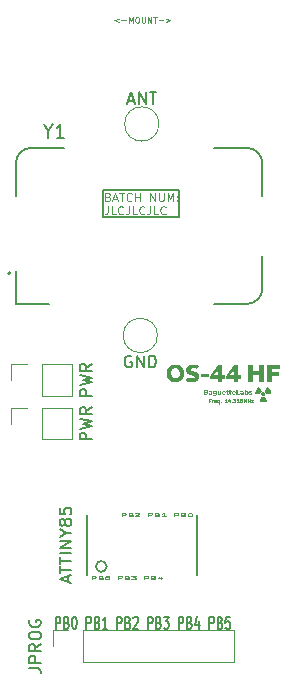
<source format=gbr>
%TF.GenerationSoftware,KiCad,Pcbnew,7.0.11-2.fc39*%
%TF.CreationDate,2024-06-07T09:19:16-04:00*%
%TF.ProjectId,OS-44,4f532d34-342e-46b6-9963-61645f706362,rev?*%
%TF.SameCoordinates,Original*%
%TF.FileFunction,Legend,Top*%
%TF.FilePolarity,Positive*%
%FSLAX46Y46*%
G04 Gerber Fmt 4.6, Leading zero omitted, Abs format (unit mm)*
G04 Created by KiCad (PCBNEW 7.0.11-2.fc39) date 2024-06-07 09:19:16*
%MOMM*%
%LPD*%
G01*
G04 APERTURE LIST*
%ADD10C,0.150000*%
%ADD11C,0.125000*%
%ADD12C,0.100000*%
%ADD13C,0.300000*%
%ADD14C,0.075000*%
%ADD15C,0.127000*%
%ADD16C,0.200000*%
%ADD17C,0.152400*%
%ADD18C,0.120000*%
G04 APERTURE END LIST*
D10*
X138430000Y-79756000D02*
X144907000Y-79756000D01*
X144907000Y-82042000D01*
X138430000Y-82042000D01*
X138430000Y-79756000D01*
D11*
X139774236Y-65257976D02*
X139393283Y-65400833D01*
X139393283Y-65400833D02*
X139774236Y-65543690D01*
X140012331Y-65400833D02*
X140393284Y-65400833D01*
X140631379Y-65591309D02*
X140631379Y-65091309D01*
X140631379Y-65091309D02*
X140798046Y-65448452D01*
X140798046Y-65448452D02*
X140964712Y-65091309D01*
X140964712Y-65091309D02*
X140964712Y-65591309D01*
X141298046Y-65091309D02*
X141393284Y-65091309D01*
X141393284Y-65091309D02*
X141440903Y-65115119D01*
X141440903Y-65115119D02*
X141488522Y-65162738D01*
X141488522Y-65162738D02*
X141512332Y-65257976D01*
X141512332Y-65257976D02*
X141512332Y-65424642D01*
X141512332Y-65424642D02*
X141488522Y-65519880D01*
X141488522Y-65519880D02*
X141440903Y-65567500D01*
X141440903Y-65567500D02*
X141393284Y-65591309D01*
X141393284Y-65591309D02*
X141298046Y-65591309D01*
X141298046Y-65591309D02*
X141250427Y-65567500D01*
X141250427Y-65567500D02*
X141202808Y-65519880D01*
X141202808Y-65519880D02*
X141178999Y-65424642D01*
X141178999Y-65424642D02*
X141178999Y-65257976D01*
X141178999Y-65257976D02*
X141202808Y-65162738D01*
X141202808Y-65162738D02*
X141250427Y-65115119D01*
X141250427Y-65115119D02*
X141298046Y-65091309D01*
X141726618Y-65091309D02*
X141726618Y-65496071D01*
X141726618Y-65496071D02*
X141750428Y-65543690D01*
X141750428Y-65543690D02*
X141774237Y-65567500D01*
X141774237Y-65567500D02*
X141821856Y-65591309D01*
X141821856Y-65591309D02*
X141917094Y-65591309D01*
X141917094Y-65591309D02*
X141964713Y-65567500D01*
X141964713Y-65567500D02*
X141988523Y-65543690D01*
X141988523Y-65543690D02*
X142012332Y-65496071D01*
X142012332Y-65496071D02*
X142012332Y-65091309D01*
X142250428Y-65591309D02*
X142250428Y-65091309D01*
X142250428Y-65091309D02*
X142536142Y-65591309D01*
X142536142Y-65591309D02*
X142536142Y-65091309D01*
X142702810Y-65091309D02*
X142988524Y-65091309D01*
X142845667Y-65591309D02*
X142845667Y-65091309D01*
X143155190Y-65400833D02*
X143536143Y-65400833D01*
X143774238Y-65257976D02*
X144155191Y-65400833D01*
X144155191Y-65400833D02*
X143774238Y-65543690D01*
D12*
G36*
X147188159Y-96693207D02*
G01*
X147197360Y-96693571D01*
X147206253Y-96694173D01*
X147214838Y-96695008D01*
X147223117Y-96696072D01*
X147231089Y-96697361D01*
X147238755Y-96698871D01*
X147246115Y-96700597D01*
X147253170Y-96702534D01*
X147259920Y-96704680D01*
X147266366Y-96707028D01*
X147272508Y-96709576D01*
X147278346Y-96712319D01*
X147283881Y-96715252D01*
X147289113Y-96718372D01*
X147294043Y-96721673D01*
X147298671Y-96725153D01*
X147302997Y-96728805D01*
X147307022Y-96732627D01*
X147310747Y-96736614D01*
X147314171Y-96740762D01*
X147317295Y-96745066D01*
X147320120Y-96749522D01*
X147322645Y-96754126D01*
X147324872Y-96758873D01*
X147326801Y-96763759D01*
X147328432Y-96768781D01*
X147329765Y-96773933D01*
X147330802Y-96779212D01*
X147331541Y-96784613D01*
X147331985Y-96790132D01*
X147332133Y-96795764D01*
X147331911Y-96802782D01*
X147331249Y-96809616D01*
X147330153Y-96816257D01*
X147328631Y-96822697D01*
X147326689Y-96828928D01*
X147324333Y-96834942D01*
X147321570Y-96840731D01*
X147318406Y-96846286D01*
X147314849Y-96851600D01*
X147310905Y-96856664D01*
X147306579Y-96861470D01*
X147301880Y-96866010D01*
X147296814Y-96870276D01*
X147291386Y-96874260D01*
X147285604Y-96877953D01*
X147279474Y-96881347D01*
X147283574Y-96882874D01*
X147287573Y-96884505D01*
X147291469Y-96886240D01*
X147295262Y-96888077D01*
X147298948Y-96890018D01*
X147302526Y-96892060D01*
X147305994Y-96894203D01*
X147309350Y-96896447D01*
X147312591Y-96898792D01*
X147315717Y-96901236D01*
X147318724Y-96903779D01*
X147324378Y-96909159D01*
X147329537Y-96914929D01*
X147334184Y-96921084D01*
X147338305Y-96927619D01*
X147341884Y-96934529D01*
X147343466Y-96938124D01*
X147344906Y-96941811D01*
X147346203Y-96945589D01*
X147347354Y-96949458D01*
X147348359Y-96953418D01*
X147349214Y-96957468D01*
X147349918Y-96961607D01*
X147350469Y-96965834D01*
X147350865Y-96970150D01*
X147351104Y-96974554D01*
X147351184Y-96979044D01*
X147351020Y-96985354D01*
X147350528Y-96991494D01*
X147349711Y-96997464D01*
X147348569Y-97003262D01*
X147347103Y-97008884D01*
X147345315Y-97014329D01*
X147343206Y-97019596D01*
X147340777Y-97024681D01*
X147338030Y-97029583D01*
X147334966Y-97034300D01*
X147331586Y-97038829D01*
X147327892Y-97043169D01*
X147323884Y-97047318D01*
X147319563Y-97051273D01*
X147314933Y-97055032D01*
X147309992Y-97058594D01*
X147304744Y-97061956D01*
X147299188Y-97065116D01*
X147293326Y-97068072D01*
X147287161Y-97070822D01*
X147280692Y-97073364D01*
X147273921Y-97075696D01*
X147266849Y-97077816D01*
X147259478Y-97079721D01*
X147251809Y-97081410D01*
X147243843Y-97082880D01*
X147235582Y-97084130D01*
X147227026Y-97085158D01*
X147218177Y-97085960D01*
X147209037Y-97086536D01*
X147199606Y-97086883D01*
X147189886Y-97087000D01*
X146978176Y-97087000D01*
X146978176Y-96926190D01*
X147087890Y-96926190D01*
X147087890Y-97006986D01*
X147180898Y-97006986D01*
X147187831Y-97006832D01*
X147194339Y-97006370D01*
X147200420Y-97005597D01*
X147206070Y-97004513D01*
X147211286Y-97003114D01*
X147216065Y-97001401D01*
X147220404Y-96999370D01*
X147224300Y-96997020D01*
X147227749Y-96994350D01*
X147230748Y-96991358D01*
X147233295Y-96988041D01*
X147235385Y-96984399D01*
X147237017Y-96980430D01*
X147238186Y-96976131D01*
X147238890Y-96971501D01*
X147239125Y-96966539D01*
X147238890Y-96961594D01*
X147238186Y-96956979D01*
X147237017Y-96952694D01*
X147235385Y-96948735D01*
X147233295Y-96945102D01*
X147230748Y-96941794D01*
X147227749Y-96938808D01*
X147224300Y-96936143D01*
X147220404Y-96933797D01*
X147216065Y-96931770D01*
X147211286Y-96930058D01*
X147206070Y-96928661D01*
X147200420Y-96927578D01*
X147194339Y-96926806D01*
X147187831Y-96926344D01*
X147180898Y-96926190D01*
X147087890Y-96926190D01*
X146978176Y-96926190D01*
X146978176Y-96773196D01*
X147087890Y-96773196D01*
X147087890Y-96849400D01*
X147164094Y-96849400D01*
X147170808Y-96849249D01*
X147177102Y-96848796D01*
X147182973Y-96848043D01*
X147188420Y-96846988D01*
X147193441Y-96845634D01*
X147198035Y-96843980D01*
X147202199Y-96842028D01*
X147205933Y-96839777D01*
X147209233Y-96837228D01*
X147212099Y-96834383D01*
X147214529Y-96831241D01*
X147216520Y-96827803D01*
X147218073Y-96824069D01*
X147219183Y-96820041D01*
X147219851Y-96815719D01*
X147220074Y-96811103D01*
X147219851Y-96806572D01*
X147219183Y-96802321D01*
X147218073Y-96798354D01*
X147216520Y-96794670D01*
X147214529Y-96791272D01*
X147212099Y-96788161D01*
X147209233Y-96785339D01*
X147205933Y-96782807D01*
X147202199Y-96780568D01*
X147198035Y-96778621D01*
X147193441Y-96776970D01*
X147188420Y-96775616D01*
X147182973Y-96774560D01*
X147177102Y-96773803D01*
X147170808Y-96773348D01*
X147164094Y-96773196D01*
X147087890Y-96773196D01*
X146978176Y-96773196D01*
X146978176Y-96693085D01*
X147178651Y-96693085D01*
X147188159Y-96693207D01*
G37*
G36*
X147542214Y-96774497D02*
G01*
X147551083Y-96774884D01*
X147559701Y-96775532D01*
X147568064Y-96776443D01*
X147576171Y-96777618D01*
X147584018Y-96779061D01*
X147591603Y-96780772D01*
X147598924Y-96782755D01*
X147605977Y-96785012D01*
X147612759Y-96787543D01*
X147619269Y-96790352D01*
X147625504Y-96793441D01*
X147631460Y-96796812D01*
X147637136Y-96800467D01*
X147642528Y-96804407D01*
X147647633Y-96808636D01*
X147652451Y-96813155D01*
X147656976Y-96817966D01*
X147661208Y-96823072D01*
X147665142Y-96828474D01*
X147668778Y-96834175D01*
X147672111Y-96840177D01*
X147675139Y-96846482D01*
X147677860Y-96853091D01*
X147680271Y-96860008D01*
X147682369Y-96867234D01*
X147684151Y-96874771D01*
X147685616Y-96882622D01*
X147686759Y-96890788D01*
X147687580Y-96899272D01*
X147688074Y-96908076D01*
X147688239Y-96917202D01*
X147688239Y-97087000D01*
X147589174Y-97087000D01*
X147589174Y-97049093D01*
X147587710Y-97051781D01*
X147584517Y-97056910D01*
X147580971Y-97061706D01*
X147577075Y-97066169D01*
X147572830Y-97070298D01*
X147568237Y-97074090D01*
X147563299Y-97077544D01*
X147558018Y-97080660D01*
X147552394Y-97083435D01*
X147546430Y-97085868D01*
X147540128Y-97087958D01*
X147533488Y-97089704D01*
X147526514Y-97091103D01*
X147519206Y-97092154D01*
X147511566Y-97092856D01*
X147507622Y-97093076D01*
X147503596Y-97093208D01*
X147499488Y-97093252D01*
X147492760Y-97093133D01*
X147486223Y-97092780D01*
X147479879Y-97092198D01*
X147473730Y-97091392D01*
X147467776Y-97090368D01*
X147462020Y-97089129D01*
X147456462Y-97087682D01*
X147451105Y-97086032D01*
X147445949Y-97084183D01*
X147440997Y-97082141D01*
X147436249Y-97079911D01*
X147431707Y-97077497D01*
X147427372Y-97074906D01*
X147423246Y-97072142D01*
X147419331Y-97069211D01*
X147415627Y-97066117D01*
X147412137Y-97062865D01*
X147408861Y-97059461D01*
X147405802Y-97055910D01*
X147402960Y-97052217D01*
X147400337Y-97048387D01*
X147397934Y-97044426D01*
X147395754Y-97040337D01*
X147393796Y-97036127D01*
X147392064Y-97031800D01*
X147390558Y-97027362D01*
X147389280Y-97022818D01*
X147388231Y-97018172D01*
X147387412Y-97013431D01*
X147386826Y-97008598D01*
X147386473Y-97003680D01*
X147386355Y-96998681D01*
X147386459Y-96994090D01*
X147489425Y-96994090D01*
X147489806Y-96999169D01*
X147490935Y-97003940D01*
X147492793Y-97008359D01*
X147495360Y-97012386D01*
X147498618Y-97015979D01*
X147502547Y-97019096D01*
X147507128Y-97021696D01*
X147512341Y-97023738D01*
X147516159Y-97024768D01*
X147520243Y-97025519D01*
X147524588Y-97025978D01*
X147529188Y-97026134D01*
X147533567Y-97025996D01*
X147537866Y-97025582D01*
X147542071Y-97024887D01*
X147546167Y-97023912D01*
X147550142Y-97022652D01*
X147553981Y-97021106D01*
X147557670Y-97019271D01*
X147561196Y-97017146D01*
X147564544Y-97014728D01*
X147567701Y-97012014D01*
X147570653Y-97009002D01*
X147573385Y-97005691D01*
X147575885Y-97002077D01*
X147578137Y-96998159D01*
X147580129Y-96993934D01*
X147581847Y-96989400D01*
X147581847Y-96961947D01*
X147535929Y-96961947D01*
X147532787Y-96961985D01*
X147526881Y-96962282D01*
X147521467Y-96962867D01*
X147516531Y-96963730D01*
X147512058Y-96964862D01*
X147508035Y-96966253D01*
X147502814Y-96968804D01*
X147498526Y-96971885D01*
X147495123Y-96975462D01*
X147492559Y-96979503D01*
X147490787Y-96983976D01*
X147489758Y-96988849D01*
X147489425Y-96994090D01*
X147386459Y-96994090D01*
X147386475Y-96993363D01*
X147386837Y-96988180D01*
X147387444Y-96983135D01*
X147388297Y-96978229D01*
X147389399Y-96973466D01*
X147390753Y-96968847D01*
X147392359Y-96964375D01*
X147394221Y-96960051D01*
X147396340Y-96955878D01*
X147398720Y-96951858D01*
X147401362Y-96947994D01*
X147404268Y-96944286D01*
X147407441Y-96940739D01*
X147410883Y-96937353D01*
X147414596Y-96934131D01*
X147418583Y-96931075D01*
X147422845Y-96928187D01*
X147427385Y-96925470D01*
X147432205Y-96922926D01*
X147437307Y-96920556D01*
X147442694Y-96918363D01*
X147448368Y-96916350D01*
X147454331Y-96914518D01*
X147460585Y-96912870D01*
X147467132Y-96911407D01*
X147473976Y-96910132D01*
X147481117Y-96909048D01*
X147488559Y-96908155D01*
X147496303Y-96907458D01*
X147504352Y-96906956D01*
X147512707Y-96906654D01*
X147521372Y-96906553D01*
X147581847Y-96906553D01*
X147581311Y-96900620D01*
X147580326Y-96895025D01*
X147578888Y-96889775D01*
X147576994Y-96884875D01*
X147574640Y-96880331D01*
X147571823Y-96876151D01*
X147568539Y-96872339D01*
X147564786Y-96868903D01*
X147560561Y-96865848D01*
X147555859Y-96863180D01*
X147550677Y-96860905D01*
X147545013Y-96859031D01*
X147538863Y-96857562D01*
X147532224Y-96856505D01*
X147525092Y-96855867D01*
X147517464Y-96855653D01*
X147511969Y-96855776D01*
X147506416Y-96856144D01*
X147500828Y-96856749D01*
X147495226Y-96857585D01*
X147489633Y-96858647D01*
X147484072Y-96859929D01*
X147478565Y-96861424D01*
X147473134Y-96863127D01*
X147467802Y-96865031D01*
X147462590Y-96867130D01*
X147457521Y-96869419D01*
X147452618Y-96871892D01*
X147447902Y-96874542D01*
X147443397Y-96877363D01*
X147439124Y-96880350D01*
X147435106Y-96883496D01*
X147399251Y-96809735D01*
X147402560Y-96807614D01*
X147405963Y-96805554D01*
X147409456Y-96803558D01*
X147413036Y-96801624D01*
X147416699Y-96799753D01*
X147420441Y-96797946D01*
X147424258Y-96796202D01*
X147428146Y-96794523D01*
X147432102Y-96792909D01*
X147436122Y-96791359D01*
X147440203Y-96789874D01*
X147444339Y-96788456D01*
X147448528Y-96787103D01*
X147452766Y-96785816D01*
X147457050Y-96784596D01*
X147461374Y-96783442D01*
X147465736Y-96782356D01*
X147470131Y-96781338D01*
X147474557Y-96780387D01*
X147479008Y-96779505D01*
X147483482Y-96778692D01*
X147487975Y-96777947D01*
X147492483Y-96777272D01*
X147497001Y-96776666D01*
X147501527Y-96776130D01*
X147506057Y-96775665D01*
X147510586Y-96775270D01*
X147515111Y-96774947D01*
X147519628Y-96774694D01*
X147524134Y-96774514D01*
X147528624Y-96774405D01*
X147533096Y-96774369D01*
X147542214Y-96774497D01*
G37*
G36*
X147897065Y-96774527D02*
G01*
X147904604Y-96775004D01*
X147911915Y-96775801D01*
X147918993Y-96776921D01*
X147925836Y-96778366D01*
X147932439Y-96780139D01*
X147938799Y-96782241D01*
X147944914Y-96784676D01*
X147950778Y-96787444D01*
X147956390Y-96790550D01*
X147961745Y-96793994D01*
X147966841Y-96797779D01*
X147971673Y-96801908D01*
X147976238Y-96806383D01*
X147980533Y-96811205D01*
X147984554Y-96816378D01*
X147984554Y-96780621D01*
X148085866Y-96780621D01*
X148085866Y-97028479D01*
X148085676Y-97039241D01*
X148085109Y-97049640D01*
X148084167Y-97059675D01*
X148082854Y-97069349D01*
X148081172Y-97078663D01*
X148079125Y-97087619D01*
X148076716Y-97096218D01*
X148073947Y-97104461D01*
X148070823Y-97112351D01*
X148067345Y-97119888D01*
X148063518Y-97127074D01*
X148059344Y-97133911D01*
X148054826Y-97140400D01*
X148049967Y-97146542D01*
X148044771Y-97152340D01*
X148039240Y-97157793D01*
X148033378Y-97162905D01*
X148027188Y-97167676D01*
X148020672Y-97172108D01*
X148013834Y-97176203D01*
X148006676Y-97179961D01*
X147999203Y-97183385D01*
X147991417Y-97186476D01*
X147983321Y-97189235D01*
X147974918Y-97191664D01*
X147966211Y-97193764D01*
X147957204Y-97195537D01*
X147947899Y-97196985D01*
X147938299Y-97198108D01*
X147928408Y-97198908D01*
X147918229Y-97199387D01*
X147907764Y-97199547D01*
X147902314Y-97199507D01*
X147896884Y-97199390D01*
X147891475Y-97199194D01*
X147886092Y-97198920D01*
X147880737Y-97198568D01*
X147875413Y-97198138D01*
X147870122Y-97197629D01*
X147864868Y-97197043D01*
X147859653Y-97196379D01*
X147854480Y-97195637D01*
X147849353Y-97194818D01*
X147844273Y-97193921D01*
X147839244Y-97192946D01*
X147834268Y-97191894D01*
X147829349Y-97190764D01*
X147824490Y-97189557D01*
X147819692Y-97188273D01*
X147814959Y-97186911D01*
X147810295Y-97185473D01*
X147805700Y-97183957D01*
X147801180Y-97182364D01*
X147796735Y-97180695D01*
X147792370Y-97178948D01*
X147788087Y-97177125D01*
X147783889Y-97175225D01*
X147779778Y-97173249D01*
X147775758Y-97171195D01*
X147771831Y-97169066D01*
X147768001Y-97166860D01*
X147764269Y-97164577D01*
X147760640Y-97162219D01*
X147757115Y-97159784D01*
X147795803Y-97084069D01*
X147800714Y-97087894D01*
X147805973Y-97091524D01*
X147811549Y-97094952D01*
X147817408Y-97098171D01*
X147823520Y-97101173D01*
X147829853Y-97103952D01*
X147836374Y-97106500D01*
X147843052Y-97108810D01*
X147849855Y-97110876D01*
X147856751Y-97112689D01*
X147863707Y-97114243D01*
X147870693Y-97115530D01*
X147877676Y-97116544D01*
X147884624Y-97117277D01*
X147891505Y-97117722D01*
X147898288Y-97117872D01*
X147903549Y-97117793D01*
X147908618Y-97117558D01*
X147913496Y-97117168D01*
X147918185Y-97116623D01*
X147922687Y-97115924D01*
X147927003Y-97115073D01*
X147931135Y-97114070D01*
X147935084Y-97112917D01*
X147942443Y-97110162D01*
X147949092Y-97106816D01*
X147955044Y-97102886D01*
X147960313Y-97098381D01*
X147964913Y-97093308D01*
X147968856Y-97087675D01*
X147972156Y-97081490D01*
X147974826Y-97074760D01*
X147976879Y-97067493D01*
X147977679Y-97063660D01*
X147978330Y-97059697D01*
X147978833Y-97055602D01*
X147979190Y-97051379D01*
X147979403Y-97047027D01*
X147979474Y-97042547D01*
X147979474Y-97032484D01*
X147975473Y-97036847D01*
X147971240Y-97040921D01*
X147966777Y-97044709D01*
X147962087Y-97048211D01*
X147957174Y-97051427D01*
X147952041Y-97054360D01*
X147946692Y-97057009D01*
X147941128Y-97059376D01*
X147935354Y-97061461D01*
X147929372Y-97063265D01*
X147923186Y-97064789D01*
X147916798Y-97066034D01*
X147910213Y-97067001D01*
X147903432Y-97067691D01*
X147896460Y-97068104D01*
X147889300Y-97068242D01*
X147881781Y-97068075D01*
X147874344Y-97067579D01*
X147866999Y-97066757D01*
X147859757Y-97065614D01*
X147852627Y-97064154D01*
X147845620Y-97062383D01*
X147838747Y-97060303D01*
X147832017Y-97057919D01*
X147825441Y-97055237D01*
X147819029Y-97052260D01*
X147812792Y-97048992D01*
X147806739Y-97045439D01*
X147800881Y-97041604D01*
X147795229Y-97037492D01*
X147789792Y-97033107D01*
X147784580Y-97028454D01*
X147779605Y-97023538D01*
X147774877Y-97018361D01*
X147770405Y-97012930D01*
X147766200Y-97007248D01*
X147762273Y-97001319D01*
X147758633Y-96995149D01*
X147755290Y-96988741D01*
X147752256Y-96982100D01*
X147749541Y-96975231D01*
X147747154Y-96968137D01*
X147745106Y-96960823D01*
X147743407Y-96953294D01*
X147742068Y-96945553D01*
X147741099Y-96937606D01*
X147740510Y-96929457D01*
X147740311Y-96921110D01*
X147847876Y-96921110D01*
X147848206Y-96927947D01*
X147849176Y-96934488D01*
X147850760Y-96940711D01*
X147852929Y-96946598D01*
X147855655Y-96952128D01*
X147858912Y-96957282D01*
X147862670Y-96962039D01*
X147866903Y-96966380D01*
X147871582Y-96970285D01*
X147876679Y-96973734D01*
X147882168Y-96976706D01*
X147888020Y-96979183D01*
X147894208Y-96981144D01*
X147900703Y-96982569D01*
X147907478Y-96983439D01*
X147914505Y-96983734D01*
X147921526Y-96983439D01*
X147928283Y-96982569D01*
X147934749Y-96981144D01*
X147940899Y-96979183D01*
X147946707Y-96976706D01*
X147952146Y-96973734D01*
X147957191Y-96970285D01*
X147961815Y-96966380D01*
X147965993Y-96962039D01*
X147969699Y-96957282D01*
X147972905Y-96952128D01*
X147975588Y-96946598D01*
X147977719Y-96940711D01*
X147979274Y-96934488D01*
X147980226Y-96927947D01*
X147980549Y-96921110D01*
X147980226Y-96914262D01*
X147979274Y-96907725D01*
X147977719Y-96901517D01*
X147975588Y-96895657D01*
X147972905Y-96890161D01*
X147969699Y-96885049D01*
X147965993Y-96880338D01*
X147961815Y-96876047D01*
X147957191Y-96872193D01*
X147952146Y-96868794D01*
X147946707Y-96865869D01*
X147940899Y-96863435D01*
X147934749Y-96861510D01*
X147928283Y-96860114D01*
X147921526Y-96859262D01*
X147914505Y-96858974D01*
X147907478Y-96859262D01*
X147900703Y-96860114D01*
X147894208Y-96861510D01*
X147888020Y-96863435D01*
X147882168Y-96865869D01*
X147876679Y-96868794D01*
X147871582Y-96872193D01*
X147866903Y-96876047D01*
X147862670Y-96880338D01*
X147858912Y-96885049D01*
X147855655Y-96890161D01*
X147852929Y-96895657D01*
X147850760Y-96901517D01*
X147849176Y-96907725D01*
X147848206Y-96914262D01*
X147847876Y-96921110D01*
X147740311Y-96921110D01*
X147740510Y-96912807D01*
X147741099Y-96904698D01*
X147742068Y-96896789D01*
X147743407Y-96889083D01*
X147745106Y-96881585D01*
X147747154Y-96874300D01*
X147749541Y-96867232D01*
X147752256Y-96860386D01*
X147755290Y-96853767D01*
X147758633Y-96847378D01*
X147762273Y-96841224D01*
X147766200Y-96835310D01*
X147770405Y-96829641D01*
X147774877Y-96824220D01*
X147779605Y-96819053D01*
X147784580Y-96814144D01*
X147789792Y-96809497D01*
X147795229Y-96805117D01*
X147800881Y-96801009D01*
X147806739Y-96797177D01*
X147812792Y-96793625D01*
X147819029Y-96790358D01*
X147825441Y-96787381D01*
X147832017Y-96784699D01*
X147838747Y-96782314D01*
X147845620Y-96780234D01*
X147852627Y-96778460D01*
X147859757Y-96776999D01*
X147866999Y-96775855D01*
X147874344Y-96775032D01*
X147881781Y-96774535D01*
X147889300Y-96774369D01*
X147897065Y-96774527D01*
G37*
G36*
X148366843Y-96929512D02*
G01*
X148366769Y-96934294D01*
X148366547Y-96938898D01*
X148366182Y-96943324D01*
X148365678Y-96947574D01*
X148365038Y-96951651D01*
X148364265Y-96955556D01*
X148362338Y-96962857D01*
X148359927Y-96969492D01*
X148357060Y-96975474D01*
X148353766Y-96980819D01*
X148350076Y-96985541D01*
X148346018Y-96989654D01*
X148341622Y-96993171D01*
X148336917Y-96996109D01*
X148331933Y-96998480D01*
X148326699Y-97000299D01*
X148321244Y-97001581D01*
X148315597Y-97002339D01*
X148309788Y-97002589D01*
X148303957Y-97002366D01*
X148298450Y-97001685D01*
X148293273Y-97000534D01*
X148288434Y-96998895D01*
X148283940Y-96996755D01*
X148279798Y-96994099D01*
X148276017Y-96990911D01*
X148272602Y-96987177D01*
X148269562Y-96982883D01*
X148266903Y-96978012D01*
X148264634Y-96972551D01*
X148262761Y-96966484D01*
X148261291Y-96959796D01*
X148260232Y-96952474D01*
X148259859Y-96948569D01*
X148259591Y-96944500D01*
X148259430Y-96940265D01*
X148259376Y-96935862D01*
X148259376Y-96780621D01*
X148152984Y-96780621D01*
X148152984Y-96953545D01*
X148153142Y-96962499D01*
X148153612Y-96971134D01*
X148154388Y-96979453D01*
X148155464Y-96987458D01*
X148156832Y-96995151D01*
X148158488Y-97002535D01*
X148160424Y-97009612D01*
X148162635Y-97016384D01*
X148165114Y-97022854D01*
X148167855Y-97029023D01*
X148170851Y-97034893D01*
X148174097Y-97040468D01*
X148177586Y-97045749D01*
X148181312Y-97050738D01*
X148185269Y-97055439D01*
X148189450Y-97059852D01*
X148193849Y-97063980D01*
X148198460Y-97067826D01*
X148203276Y-97071392D01*
X148208292Y-97074679D01*
X148213501Y-97077691D01*
X148218896Y-97080429D01*
X148224472Y-97082895D01*
X148230223Y-97085093D01*
X148236141Y-97087023D01*
X148242222Y-97088689D01*
X148248457Y-97090093D01*
X148254842Y-97091236D01*
X148261370Y-97092121D01*
X148268035Y-97092751D01*
X148274830Y-97093127D01*
X148281749Y-97093252D01*
X148288241Y-97093108D01*
X148294668Y-97092674D01*
X148301019Y-97091950D01*
X148307283Y-97090935D01*
X148313451Y-97089628D01*
X148319511Y-97088028D01*
X148325454Y-97086134D01*
X148331269Y-97083946D01*
X148336946Y-97081463D01*
X148342473Y-97078683D01*
X148347841Y-97075607D01*
X148353039Y-97072232D01*
X148358057Y-97068558D01*
X148362884Y-97064585D01*
X148367509Y-97060312D01*
X148371923Y-97055736D01*
X148371923Y-97087000D01*
X148473333Y-97087000D01*
X148473333Y-96780621D01*
X148366843Y-96780621D01*
X148366843Y-96929512D01*
G37*
G36*
X148697592Y-96774536D02*
G01*
X148705831Y-96775036D01*
X148713951Y-96775867D01*
X148721942Y-96777027D01*
X148729794Y-96778515D01*
X148737496Y-96780328D01*
X148745038Y-96782464D01*
X148752410Y-96784921D01*
X148759601Y-96787699D01*
X148766601Y-96790794D01*
X148773401Y-96794204D01*
X148779989Y-96797929D01*
X148786356Y-96801965D01*
X148792491Y-96806311D01*
X148798385Y-96810966D01*
X148804026Y-96815927D01*
X148809404Y-96821191D01*
X148814510Y-96826759D01*
X148819333Y-96832626D01*
X148823863Y-96838792D01*
X148828089Y-96845255D01*
X148832001Y-96852013D01*
X148835590Y-96859063D01*
X148838844Y-96866404D01*
X148841754Y-96874034D01*
X148844309Y-96881951D01*
X148846499Y-96890153D01*
X148848314Y-96898638D01*
X148849743Y-96907405D01*
X148850777Y-96916451D01*
X148851405Y-96925775D01*
X148851616Y-96935374D01*
X148851603Y-96936882D01*
X148851468Y-96940835D01*
X148851220Y-96944982D01*
X148850902Y-96949234D01*
X148850557Y-96953505D01*
X148850228Y-96957706D01*
X148849956Y-96961752D01*
X148629258Y-96961752D01*
X148631145Y-96967565D01*
X148633430Y-96973058D01*
X148636109Y-96978222D01*
X148639174Y-96983050D01*
X148642619Y-96987534D01*
X148646438Y-96991668D01*
X148650624Y-96995443D01*
X148655172Y-96998852D01*
X148660074Y-97001888D01*
X148665325Y-97004544D01*
X148670919Y-97006811D01*
X148676848Y-97008683D01*
X148683108Y-97010152D01*
X148689690Y-97011210D01*
X148696590Y-97011851D01*
X148703801Y-97012066D01*
X148709237Y-97011964D01*
X148714456Y-97011656D01*
X148719474Y-97011142D01*
X148724306Y-97010419D01*
X148728970Y-97009486D01*
X148733481Y-97008341D01*
X148737856Y-97006983D01*
X148742110Y-97005410D01*
X148746260Y-97003621D01*
X148750322Y-97001614D01*
X148754312Y-96999387D01*
X148758247Y-96996940D01*
X148762142Y-96994269D01*
X148766014Y-96991374D01*
X148769878Y-96988254D01*
X148773752Y-96984906D01*
X148829732Y-97044013D01*
X148826964Y-97047016D01*
X148824116Y-97049927D01*
X148821190Y-97052745D01*
X148818184Y-97055469D01*
X148815098Y-97058100D01*
X148811932Y-97060638D01*
X148808685Y-97063081D01*
X148805358Y-97065431D01*
X148801950Y-97067687D01*
X148798460Y-97069849D01*
X148794889Y-97071916D01*
X148791235Y-97073889D01*
X148787498Y-97075767D01*
X148783679Y-97077551D01*
X148779777Y-97079239D01*
X148775791Y-97080832D01*
X148771721Y-97082330D01*
X148767568Y-97083733D01*
X148763329Y-97085040D01*
X148759006Y-97086251D01*
X148754597Y-97087366D01*
X148750103Y-97088385D01*
X148745523Y-97089307D01*
X148740857Y-97090133D01*
X148736104Y-97090863D01*
X148731264Y-97091496D01*
X148726337Y-97092032D01*
X148721323Y-97092471D01*
X148716220Y-97092812D01*
X148711029Y-97093057D01*
X148705750Y-97093203D01*
X148700381Y-97093252D01*
X148690364Y-97093058D01*
X148680574Y-97092481D01*
X148671020Y-97091529D01*
X148661705Y-97090209D01*
X148652637Y-97088528D01*
X148643821Y-97086495D01*
X148635263Y-97084116D01*
X148626968Y-97081399D01*
X148618943Y-97078351D01*
X148611193Y-97074981D01*
X148603725Y-97071295D01*
X148596544Y-97067302D01*
X148589657Y-97063007D01*
X148583068Y-97058420D01*
X148576784Y-97053548D01*
X148570810Y-97048397D01*
X148565154Y-97042976D01*
X148559819Y-97037292D01*
X148554813Y-97031352D01*
X148550141Y-97025165D01*
X148545809Y-97018737D01*
X148541824Y-97012076D01*
X148538189Y-97005189D01*
X148534913Y-96998084D01*
X148532000Y-96990769D01*
X148529456Y-96983251D01*
X148527288Y-96975538D01*
X148525500Y-96967636D01*
X148524100Y-96959554D01*
X148523092Y-96951298D01*
X148522484Y-96942878D01*
X148522279Y-96934299D01*
X148522486Y-96925485D01*
X148523101Y-96916854D01*
X148524116Y-96908411D01*
X148524583Y-96905674D01*
X148627597Y-96905674D01*
X148751965Y-96905674D01*
X148750695Y-96899429D01*
X148749019Y-96893491D01*
X148746948Y-96887873D01*
X148744495Y-96882588D01*
X148741672Y-96877649D01*
X148738491Y-96873070D01*
X148734965Y-96868864D01*
X148731107Y-96865044D01*
X148726928Y-96861623D01*
X148722441Y-96858616D01*
X148717657Y-96856034D01*
X148712590Y-96853893D01*
X148707252Y-96852204D01*
X148701655Y-96850981D01*
X148695811Y-96850237D01*
X148689732Y-96849986D01*
X148683660Y-96850237D01*
X148677834Y-96850981D01*
X148672263Y-96852204D01*
X148666958Y-96853893D01*
X148661928Y-96856034D01*
X148657184Y-96858616D01*
X148652734Y-96861623D01*
X148648590Y-96865044D01*
X148644760Y-96868864D01*
X148641255Y-96873070D01*
X148638084Y-96877649D01*
X148635258Y-96882588D01*
X148632787Y-96887873D01*
X148630679Y-96893491D01*
X148628946Y-96899429D01*
X148627597Y-96905674D01*
X148524583Y-96905674D01*
X148525523Y-96900162D01*
X148527312Y-96892116D01*
X148529475Y-96884277D01*
X148532004Y-96876652D01*
X148534890Y-96869248D01*
X148538125Y-96862071D01*
X148541700Y-96855127D01*
X148545607Y-96848423D01*
X148549837Y-96841965D01*
X148554382Y-96835759D01*
X148559234Y-96829813D01*
X148564383Y-96824132D01*
X148569821Y-96818723D01*
X148575540Y-96813592D01*
X148581532Y-96808746D01*
X148587787Y-96804191D01*
X148594298Y-96799933D01*
X148601055Y-96795979D01*
X148608051Y-96792335D01*
X148615276Y-96789008D01*
X148622723Y-96786004D01*
X148630382Y-96783329D01*
X148638246Y-96780990D01*
X148646306Y-96778994D01*
X148654553Y-96777346D01*
X148662978Y-96776053D01*
X148671575Y-96775121D01*
X148680332Y-96774558D01*
X148689244Y-96774369D01*
X148697592Y-96774536D01*
G37*
G36*
X149084038Y-97001417D02*
G01*
X149080544Y-97003595D01*
X149076825Y-97005509D01*
X149072911Y-97007151D01*
X149068834Y-97008512D01*
X149064623Y-97009585D01*
X149060311Y-97010361D01*
X149055928Y-97010832D01*
X149051505Y-97010991D01*
X149046314Y-97010666D01*
X149041482Y-97009697D01*
X149037041Y-97008097D01*
X149033025Y-97005875D01*
X149029466Y-97003044D01*
X149026398Y-96999614D01*
X149023855Y-96995596D01*
X149021870Y-96991001D01*
X149020477Y-96985842D01*
X149019707Y-96980127D01*
X149019558Y-96976016D01*
X149019558Y-96874411D01*
X149089020Y-96874411D01*
X149089020Y-96794885D01*
X149019558Y-96794885D01*
X149019558Y-96715946D01*
X148913166Y-96715946D01*
X148913166Y-96794885D01*
X148868909Y-96794885D01*
X148868909Y-96874411D01*
X148913166Y-96874411D01*
X148913166Y-96977090D01*
X148913298Y-96984300D01*
X148913695Y-96991275D01*
X148914353Y-96998015D01*
X148915270Y-97004521D01*
X148916443Y-97010794D01*
X148917871Y-97016833D01*
X148919550Y-97022639D01*
X148921479Y-97028213D01*
X148923655Y-97033555D01*
X148926075Y-97038665D01*
X148928738Y-97043544D01*
X148931641Y-97048191D01*
X148934781Y-97052608D01*
X148938156Y-97056795D01*
X148941763Y-97060752D01*
X148945601Y-97064480D01*
X148949667Y-97067979D01*
X148953958Y-97071249D01*
X148958472Y-97074291D01*
X148963207Y-97077106D01*
X148968160Y-97079693D01*
X148973329Y-97082052D01*
X148978711Y-97084186D01*
X148984304Y-97086093D01*
X148990106Y-97087774D01*
X148996115Y-97089230D01*
X149002327Y-97090460D01*
X149008740Y-97091466D01*
X149015353Y-97092248D01*
X149022163Y-97092806D01*
X149029166Y-97093141D01*
X149036362Y-97093252D01*
X149041610Y-97093187D01*
X149046832Y-97092990D01*
X149052016Y-97092661D01*
X149057150Y-97092199D01*
X149062220Y-97091603D01*
X149067215Y-97090872D01*
X149072123Y-97090005D01*
X149076930Y-97089002D01*
X149081626Y-97087862D01*
X149086197Y-97086583D01*
X149090631Y-97085165D01*
X149094916Y-97083608D01*
X149099039Y-97081909D01*
X149102989Y-97080069D01*
X149106753Y-97078086D01*
X149110318Y-97075960D01*
X149084038Y-97001417D01*
G37*
G36*
X149327890Y-97001417D02*
G01*
X149324396Y-97003595D01*
X149320677Y-97005509D01*
X149316763Y-97007151D01*
X149312686Y-97008512D01*
X149308475Y-97009585D01*
X149304163Y-97010361D01*
X149299780Y-97010832D01*
X149295357Y-97010991D01*
X149290167Y-97010666D01*
X149285334Y-97009697D01*
X149280893Y-97008097D01*
X149276877Y-97005875D01*
X149273318Y-97003044D01*
X149270250Y-96999614D01*
X149267708Y-96995596D01*
X149265723Y-96991001D01*
X149264329Y-96985842D01*
X149263559Y-96980127D01*
X149263410Y-96976016D01*
X149263410Y-96874411D01*
X149332872Y-96874411D01*
X149332872Y-96794885D01*
X149263410Y-96794885D01*
X149263410Y-96715946D01*
X149157018Y-96715946D01*
X149157018Y-96794885D01*
X149112761Y-96794885D01*
X149112761Y-96874411D01*
X149157018Y-96874411D01*
X149157018Y-96977090D01*
X149157150Y-96984300D01*
X149157547Y-96991275D01*
X149158205Y-96998015D01*
X149159122Y-97004521D01*
X149160295Y-97010794D01*
X149161723Y-97016833D01*
X149163402Y-97022639D01*
X149165331Y-97028213D01*
X149167507Y-97033555D01*
X149169927Y-97038665D01*
X149172590Y-97043544D01*
X149175493Y-97048191D01*
X149178633Y-97052608D01*
X149182008Y-97056795D01*
X149185615Y-97060752D01*
X149189453Y-97064480D01*
X149193519Y-97067979D01*
X149197810Y-97071249D01*
X149202324Y-97074291D01*
X149207059Y-97077106D01*
X149212012Y-97079693D01*
X149217181Y-97082052D01*
X149222563Y-97084186D01*
X149228156Y-97086093D01*
X149233958Y-97087774D01*
X149239967Y-97089230D01*
X149246179Y-97090460D01*
X149252593Y-97091466D01*
X149259205Y-97092248D01*
X149266015Y-97092806D01*
X149273018Y-97093141D01*
X149280214Y-97093252D01*
X149285462Y-97093187D01*
X149290685Y-97092990D01*
X149295869Y-97092661D01*
X149301002Y-97092199D01*
X149306072Y-97091603D01*
X149311067Y-97090872D01*
X149315975Y-97090005D01*
X149320782Y-97089002D01*
X149325478Y-97087862D01*
X149330049Y-97086583D01*
X149334483Y-97085165D01*
X149338768Y-97083608D01*
X149342891Y-97081909D01*
X149346841Y-97080069D01*
X149350605Y-97078086D01*
X149354170Y-97075960D01*
X149327890Y-97001417D01*
G37*
G36*
X149542086Y-96774536D02*
G01*
X149550325Y-96775036D01*
X149558445Y-96775867D01*
X149566436Y-96777027D01*
X149574288Y-96778515D01*
X149581990Y-96780328D01*
X149589532Y-96782464D01*
X149596904Y-96784921D01*
X149604095Y-96787699D01*
X149611095Y-96790794D01*
X149617895Y-96794204D01*
X149624483Y-96797929D01*
X149630850Y-96801965D01*
X149636985Y-96806311D01*
X149642879Y-96810966D01*
X149648520Y-96815927D01*
X149653898Y-96821191D01*
X149659004Y-96826759D01*
X149663827Y-96832626D01*
X149668357Y-96838792D01*
X149672583Y-96845255D01*
X149676495Y-96852013D01*
X149680084Y-96859063D01*
X149683338Y-96866404D01*
X149686248Y-96874034D01*
X149688803Y-96881951D01*
X149690993Y-96890153D01*
X149692808Y-96898638D01*
X149694237Y-96907405D01*
X149695271Y-96916451D01*
X149695899Y-96925775D01*
X149696110Y-96935374D01*
X149696097Y-96936882D01*
X149695962Y-96940835D01*
X149695714Y-96944982D01*
X149695396Y-96949234D01*
X149695051Y-96953505D01*
X149694722Y-96957706D01*
X149694450Y-96961752D01*
X149473752Y-96961752D01*
X149475639Y-96967565D01*
X149477925Y-96973058D01*
X149480603Y-96978222D01*
X149483668Y-96983050D01*
X149487113Y-96987534D01*
X149490932Y-96991668D01*
X149495118Y-96995443D01*
X149499666Y-96998852D01*
X149504568Y-97001888D01*
X149509820Y-97004544D01*
X149515413Y-97006811D01*
X149521342Y-97008683D01*
X149527602Y-97010152D01*
X149534184Y-97011210D01*
X149541084Y-97011851D01*
X149548295Y-97012066D01*
X149553731Y-97011964D01*
X149558950Y-97011656D01*
X149563968Y-97011142D01*
X149568800Y-97010419D01*
X149573464Y-97009486D01*
X149577975Y-97008341D01*
X149582350Y-97006983D01*
X149586604Y-97005410D01*
X149590754Y-97003621D01*
X149594816Y-97001614D01*
X149598806Y-96999387D01*
X149602741Y-96996940D01*
X149606636Y-96994269D01*
X149610508Y-96991374D01*
X149614372Y-96988254D01*
X149618246Y-96984906D01*
X149674226Y-97044013D01*
X149671458Y-97047016D01*
X149668610Y-97049927D01*
X149665684Y-97052745D01*
X149662678Y-97055469D01*
X149659592Y-97058100D01*
X149656426Y-97060638D01*
X149653180Y-97063081D01*
X149649852Y-97065431D01*
X149646444Y-97067687D01*
X149642954Y-97069849D01*
X149639383Y-97071916D01*
X149635729Y-97073889D01*
X149631993Y-97075767D01*
X149628173Y-97077551D01*
X149624271Y-97079239D01*
X149620285Y-97080832D01*
X149616216Y-97082330D01*
X149612062Y-97083733D01*
X149607823Y-97085040D01*
X149603500Y-97086251D01*
X149599091Y-97087366D01*
X149594597Y-97088385D01*
X149590017Y-97089307D01*
X149585351Y-97090133D01*
X149580598Y-97090863D01*
X149575758Y-97091496D01*
X149570831Y-97092032D01*
X149565817Y-97092471D01*
X149560714Y-97092812D01*
X149555523Y-97093057D01*
X149550244Y-97093203D01*
X149544875Y-97093252D01*
X149534858Y-97093058D01*
X149525069Y-97092481D01*
X149515514Y-97091529D01*
X149506199Y-97090209D01*
X149497131Y-97088528D01*
X149488315Y-97086495D01*
X149479757Y-97084116D01*
X149471462Y-97081399D01*
X149463437Y-97078351D01*
X149455688Y-97074981D01*
X149448219Y-97071295D01*
X149441038Y-97067302D01*
X149434151Y-97063007D01*
X149427562Y-97058420D01*
X149421278Y-97053548D01*
X149415304Y-97048397D01*
X149409648Y-97042976D01*
X149404313Y-97037292D01*
X149399307Y-97031352D01*
X149394635Y-97025165D01*
X149390304Y-97018737D01*
X149386318Y-97012076D01*
X149382683Y-97005189D01*
X149379407Y-96998084D01*
X149376494Y-96990769D01*
X149373950Y-96983251D01*
X149371782Y-96975538D01*
X149369994Y-96967636D01*
X149368594Y-96959554D01*
X149367586Y-96951298D01*
X149366978Y-96942878D01*
X149366773Y-96934299D01*
X149366980Y-96925485D01*
X149367596Y-96916854D01*
X149368610Y-96908411D01*
X149369077Y-96905674D01*
X149472091Y-96905674D01*
X149596459Y-96905674D01*
X149595189Y-96899429D01*
X149593513Y-96893491D01*
X149591442Y-96887873D01*
X149588989Y-96882588D01*
X149586166Y-96877649D01*
X149582985Y-96873070D01*
X149579460Y-96868864D01*
X149575601Y-96865044D01*
X149571422Y-96861623D01*
X149566935Y-96858616D01*
X149562151Y-96856034D01*
X149557084Y-96853893D01*
X149551746Y-96852204D01*
X149546149Y-96850981D01*
X149540305Y-96850237D01*
X149534226Y-96849986D01*
X149528154Y-96850237D01*
X149522328Y-96850981D01*
X149516757Y-96852204D01*
X149511452Y-96853893D01*
X149506422Y-96856034D01*
X149501678Y-96858616D01*
X149497228Y-96861623D01*
X149493084Y-96865044D01*
X149489254Y-96868864D01*
X149485749Y-96873070D01*
X149482578Y-96877649D01*
X149479753Y-96882588D01*
X149477281Y-96887873D01*
X149475174Y-96893491D01*
X149473440Y-96899429D01*
X149472091Y-96905674D01*
X149369077Y-96905674D01*
X149370017Y-96900162D01*
X149371806Y-96892116D01*
X149373969Y-96884277D01*
X149376498Y-96876652D01*
X149379384Y-96869248D01*
X149382619Y-96862071D01*
X149386194Y-96855127D01*
X149390101Y-96848423D01*
X149394331Y-96841965D01*
X149398876Y-96835759D01*
X149403728Y-96829813D01*
X149408877Y-96824132D01*
X149414315Y-96818723D01*
X149420034Y-96813592D01*
X149426026Y-96808746D01*
X149432281Y-96804191D01*
X149438792Y-96799933D01*
X149445549Y-96795979D01*
X149452545Y-96792335D01*
X149459770Y-96789008D01*
X149467217Y-96786004D01*
X149474876Y-96783329D01*
X149482740Y-96780990D01*
X149490800Y-96778994D01*
X149499047Y-96777346D01*
X149507473Y-96776053D01*
X149516069Y-96775121D01*
X149524827Y-96774558D01*
X149533738Y-96774369D01*
X149542086Y-96774536D01*
G37*
G36*
X150048309Y-97087000D02*
G01*
X150048309Y-96999170D01*
X149861316Y-96999170D01*
X149861316Y-96693085D01*
X149750430Y-96693085D01*
X149750430Y-97087000D01*
X150048309Y-97087000D01*
G37*
G36*
X150229276Y-96774497D02*
G01*
X150238145Y-96774884D01*
X150246763Y-96775532D01*
X150255126Y-96776443D01*
X150263233Y-96777618D01*
X150271080Y-96779061D01*
X150278666Y-96780772D01*
X150285986Y-96782755D01*
X150293039Y-96785012D01*
X150299822Y-96787543D01*
X150306331Y-96790352D01*
X150312566Y-96793441D01*
X150318522Y-96796812D01*
X150324198Y-96800467D01*
X150329590Y-96804407D01*
X150334696Y-96808636D01*
X150339513Y-96813155D01*
X150344038Y-96817966D01*
X150348270Y-96823072D01*
X150352205Y-96828474D01*
X150355840Y-96834175D01*
X150359173Y-96840177D01*
X150362201Y-96846482D01*
X150364922Y-96853091D01*
X150367333Y-96860008D01*
X150369431Y-96867234D01*
X150371213Y-96874771D01*
X150372678Y-96882622D01*
X150373821Y-96890788D01*
X150374642Y-96899272D01*
X150375136Y-96908076D01*
X150375301Y-96917202D01*
X150375301Y-97087000D01*
X150276236Y-97087000D01*
X150276236Y-97049093D01*
X150274772Y-97051781D01*
X150271579Y-97056910D01*
X150268033Y-97061706D01*
X150264137Y-97066169D01*
X150259892Y-97070298D01*
X150255299Y-97074090D01*
X150250361Y-97077544D01*
X150245080Y-97080660D01*
X150239456Y-97083435D01*
X150233492Y-97085868D01*
X150227190Y-97087958D01*
X150220550Y-97089704D01*
X150213576Y-97091103D01*
X150206268Y-97092154D01*
X150198628Y-97092856D01*
X150194684Y-97093076D01*
X150190658Y-97093208D01*
X150186550Y-97093252D01*
X150179822Y-97093133D01*
X150173285Y-97092780D01*
X150166941Y-97092198D01*
X150160792Y-97091392D01*
X150154838Y-97090368D01*
X150149082Y-97089129D01*
X150143524Y-97087682D01*
X150138167Y-97086032D01*
X150133011Y-97084183D01*
X150128059Y-97082141D01*
X150123311Y-97079911D01*
X150118769Y-97077497D01*
X150114434Y-97074906D01*
X150110308Y-97072142D01*
X150106393Y-97069211D01*
X150102689Y-97066117D01*
X150099199Y-97062865D01*
X150095923Y-97059461D01*
X150092864Y-97055910D01*
X150090022Y-97052217D01*
X150087399Y-97048387D01*
X150084996Y-97044426D01*
X150082816Y-97040337D01*
X150080859Y-97036127D01*
X150079126Y-97031800D01*
X150077620Y-97027362D01*
X150076342Y-97022818D01*
X150075293Y-97018172D01*
X150074474Y-97013431D01*
X150073888Y-97008598D01*
X150073535Y-97003680D01*
X150073417Y-96998681D01*
X150073521Y-96994090D01*
X150176487Y-96994090D01*
X150176868Y-96999169D01*
X150177997Y-97003940D01*
X150179855Y-97008359D01*
X150182422Y-97012386D01*
X150185680Y-97015979D01*
X150189609Y-97019096D01*
X150194190Y-97021696D01*
X150199403Y-97023738D01*
X150203221Y-97024768D01*
X150207305Y-97025519D01*
X150211650Y-97025978D01*
X150216250Y-97026134D01*
X150220629Y-97025996D01*
X150224928Y-97025582D01*
X150229133Y-97024887D01*
X150233229Y-97023912D01*
X150237204Y-97022652D01*
X150241043Y-97021106D01*
X150244732Y-97019271D01*
X150248258Y-97017146D01*
X150251606Y-97014728D01*
X150254763Y-97012014D01*
X150257715Y-97009002D01*
X150260447Y-97005691D01*
X150262947Y-97002077D01*
X150265200Y-96998159D01*
X150267191Y-96993934D01*
X150268909Y-96989400D01*
X150268909Y-96961947D01*
X150222991Y-96961947D01*
X150219849Y-96961985D01*
X150213943Y-96962282D01*
X150208529Y-96962867D01*
X150203593Y-96963730D01*
X150199120Y-96964862D01*
X150195097Y-96966253D01*
X150189876Y-96968804D01*
X150185588Y-96971885D01*
X150182185Y-96975462D01*
X150179621Y-96979503D01*
X150177849Y-96983976D01*
X150176820Y-96988849D01*
X150176487Y-96994090D01*
X150073521Y-96994090D01*
X150073537Y-96993363D01*
X150073899Y-96988180D01*
X150074506Y-96983135D01*
X150075359Y-96978229D01*
X150076462Y-96973466D01*
X150077815Y-96968847D01*
X150079421Y-96964375D01*
X150081283Y-96960051D01*
X150083403Y-96955878D01*
X150085782Y-96951858D01*
X150088424Y-96947994D01*
X150091330Y-96944286D01*
X150094503Y-96940739D01*
X150097945Y-96937353D01*
X150101658Y-96934131D01*
X150105645Y-96931075D01*
X150109907Y-96928187D01*
X150114447Y-96925470D01*
X150119267Y-96922926D01*
X150124369Y-96920556D01*
X150129756Y-96918363D01*
X150135430Y-96916350D01*
X150141393Y-96914518D01*
X150147647Y-96912870D01*
X150154194Y-96911407D01*
X150161038Y-96910132D01*
X150168179Y-96909048D01*
X150175621Y-96908155D01*
X150183365Y-96907458D01*
X150191414Y-96906956D01*
X150199769Y-96906654D01*
X150208434Y-96906553D01*
X150268909Y-96906553D01*
X150268374Y-96900620D01*
X150267389Y-96895025D01*
X150265950Y-96889775D01*
X150264056Y-96884875D01*
X150261702Y-96880331D01*
X150258885Y-96876151D01*
X150255601Y-96872339D01*
X150251848Y-96868903D01*
X150247623Y-96865848D01*
X150242921Y-96863180D01*
X150237739Y-96860905D01*
X150232075Y-96859031D01*
X150225925Y-96857562D01*
X150219286Y-96856505D01*
X150212154Y-96855867D01*
X150204526Y-96855653D01*
X150199031Y-96855776D01*
X150193478Y-96856144D01*
X150187890Y-96856749D01*
X150182288Y-96857585D01*
X150176696Y-96858647D01*
X150171135Y-96859929D01*
X150165627Y-96861424D01*
X150160196Y-96863127D01*
X150154864Y-96865031D01*
X150149652Y-96867130D01*
X150144583Y-96869419D01*
X150139680Y-96871892D01*
X150134964Y-96874542D01*
X150130459Y-96877363D01*
X150126186Y-96880350D01*
X150122168Y-96883496D01*
X150086313Y-96809735D01*
X150089622Y-96807614D01*
X150093025Y-96805554D01*
X150096518Y-96803558D01*
X150100098Y-96801624D01*
X150103761Y-96799753D01*
X150107503Y-96797946D01*
X150111320Y-96796202D01*
X150115208Y-96794523D01*
X150119164Y-96792909D01*
X150123185Y-96791359D01*
X150127265Y-96789874D01*
X150131401Y-96788456D01*
X150135591Y-96787103D01*
X150139829Y-96785816D01*
X150144112Y-96784596D01*
X150148436Y-96783442D01*
X150152798Y-96782356D01*
X150157193Y-96781338D01*
X150161619Y-96780387D01*
X150166071Y-96779505D01*
X150170545Y-96778692D01*
X150175037Y-96777947D01*
X150179545Y-96777272D01*
X150184063Y-96776666D01*
X150188589Y-96776130D01*
X150193119Y-96775665D01*
X150197648Y-96775270D01*
X150202173Y-96774947D01*
X150206690Y-96774694D01*
X150211196Y-96774514D01*
X150215687Y-96774405D01*
X150220158Y-96774369D01*
X150229276Y-96774497D01*
G37*
G36*
X150548909Y-96805827D02*
G01*
X150552885Y-96801964D01*
X150557044Y-96798361D01*
X150561385Y-96795015D01*
X150565907Y-96791927D01*
X150570606Y-96789093D01*
X150575481Y-96786514D01*
X150580531Y-96784187D01*
X150585753Y-96782111D01*
X150591146Y-96780285D01*
X150596707Y-96778707D01*
X150602435Y-96777375D01*
X150608328Y-96776289D01*
X150614385Y-96775447D01*
X150620603Y-96774847D01*
X150626980Y-96774488D01*
X150633515Y-96774369D01*
X150641188Y-96774544D01*
X150648760Y-96775066D01*
X150656221Y-96775933D01*
X150663562Y-96777139D01*
X150670774Y-96778682D01*
X150677847Y-96780557D01*
X150684772Y-96782760D01*
X150691539Y-96785288D01*
X150698140Y-96788136D01*
X150704564Y-96791302D01*
X150710803Y-96794780D01*
X150716848Y-96798568D01*
X150722689Y-96802660D01*
X150728316Y-96807055D01*
X150733720Y-96811747D01*
X150738893Y-96816733D01*
X150743824Y-96822008D01*
X150748505Y-96827570D01*
X150752926Y-96833414D01*
X150757078Y-96839537D01*
X150760951Y-96845934D01*
X150764536Y-96852601D01*
X150767824Y-96859536D01*
X150770805Y-96866734D01*
X150773470Y-96874190D01*
X150775811Y-96881903D01*
X150777817Y-96889866D01*
X150779479Y-96898077D01*
X150780788Y-96906533D01*
X150781734Y-96915227D01*
X150782309Y-96924159D01*
X150782503Y-96933322D01*
X150782309Y-96942531D01*
X150781734Y-96951508D01*
X150780788Y-96960248D01*
X150779479Y-96968749D01*
X150777817Y-96977005D01*
X150775811Y-96985013D01*
X150773470Y-96992769D01*
X150770805Y-97000269D01*
X150767824Y-97007509D01*
X150764536Y-97014485D01*
X150760951Y-97021194D01*
X150757078Y-97027631D01*
X150752926Y-97033792D01*
X150748505Y-97039674D01*
X150743824Y-97045272D01*
X150738893Y-97050583D01*
X150733720Y-97055602D01*
X150728316Y-97060326D01*
X150722689Y-97064751D01*
X150716848Y-97068873D01*
X150710803Y-97072687D01*
X150704564Y-97076191D01*
X150698140Y-97079379D01*
X150691539Y-97082249D01*
X150684772Y-97084796D01*
X150677847Y-97087016D01*
X150670774Y-97088905D01*
X150663562Y-97090459D01*
X150656221Y-97091675D01*
X150648760Y-97092549D01*
X150641188Y-97093076D01*
X150633515Y-97093252D01*
X150626177Y-97093121D01*
X150619074Y-97092726D01*
X150612206Y-97092065D01*
X150605572Y-97091135D01*
X150599170Y-97089933D01*
X150593001Y-97088456D01*
X150587063Y-97086701D01*
X150581356Y-97084667D01*
X150575880Y-97082350D01*
X150570632Y-97079747D01*
X150565614Y-97076856D01*
X150560823Y-97073675D01*
X150556260Y-97070199D01*
X150551923Y-97066427D01*
X150547812Y-97062356D01*
X150543926Y-97057983D01*
X150543926Y-97087000D01*
X150442517Y-97087000D01*
X150442517Y-96933322D01*
X150547248Y-96933322D01*
X150547329Y-96937776D01*
X150547572Y-96942106D01*
X150547971Y-96946312D01*
X150548523Y-96950391D01*
X150549224Y-96954344D01*
X150550072Y-96958168D01*
X150552189Y-96965426D01*
X150554845Y-96972157D01*
X150558010Y-96978352D01*
X150561655Y-96984001D01*
X150565749Y-96989095D01*
X150570264Y-96993624D01*
X150575169Y-96997580D01*
X150580435Y-97000952D01*
X150586032Y-97003733D01*
X150591931Y-97005911D01*
X150598102Y-97007479D01*
X150604516Y-97008426D01*
X150611142Y-97008744D01*
X150617767Y-97008426D01*
X150624177Y-97007479D01*
X150630344Y-97005911D01*
X150636236Y-97003733D01*
X150641826Y-97000952D01*
X150647084Y-96997580D01*
X150651980Y-96993624D01*
X150656486Y-96989095D01*
X150660571Y-96984001D01*
X150664206Y-96978352D01*
X150667363Y-96972157D01*
X150670012Y-96965426D01*
X150672123Y-96958168D01*
X150672968Y-96954344D01*
X150673667Y-96950391D01*
X150674218Y-96946312D01*
X150674616Y-96942106D01*
X150674857Y-96937776D01*
X150674938Y-96933322D01*
X150674857Y-96928914D01*
X150674616Y-96924630D01*
X150674218Y-96920471D01*
X150673667Y-96916439D01*
X150672123Y-96908757D01*
X150670012Y-96901592D01*
X150667363Y-96894952D01*
X150664206Y-96888846D01*
X150660571Y-96883283D01*
X150656486Y-96878270D01*
X150651980Y-96873815D01*
X150647084Y-96869928D01*
X150641826Y-96866615D01*
X150636236Y-96863887D01*
X150630344Y-96861750D01*
X150624177Y-96860214D01*
X150617767Y-96859286D01*
X150611142Y-96858974D01*
X150607804Y-96859052D01*
X150601280Y-96859673D01*
X150594984Y-96860906D01*
X150588946Y-96862744D01*
X150583194Y-96865178D01*
X150577759Y-96868199D01*
X150572669Y-96871800D01*
X150567956Y-96875972D01*
X150563648Y-96880707D01*
X150559775Y-96885996D01*
X150556366Y-96891832D01*
X150553452Y-96898206D01*
X150551061Y-96905109D01*
X150549224Y-96912534D01*
X150548523Y-96916439D01*
X150547971Y-96920471D01*
X150547572Y-96924630D01*
X150547329Y-96928914D01*
X150547248Y-96933322D01*
X150442517Y-96933322D01*
X150442517Y-96674327D01*
X150548909Y-96674327D01*
X150548909Y-96805827D01*
G37*
G36*
X150942042Y-97093252D02*
G01*
X150951146Y-97093125D01*
X150959973Y-97092748D01*
X150968524Y-97092125D01*
X150976796Y-97091263D01*
X150984790Y-97090167D01*
X150992505Y-97088842D01*
X150999939Y-97087294D01*
X151007092Y-97085528D01*
X151013962Y-97083550D01*
X151020550Y-97081364D01*
X151026854Y-97078978D01*
X151032874Y-97076395D01*
X151038607Y-97073621D01*
X151044055Y-97070663D01*
X151049216Y-97067524D01*
X151054088Y-97064212D01*
X151058672Y-97060730D01*
X151062967Y-97057085D01*
X151066970Y-97053282D01*
X151070683Y-97049327D01*
X151074103Y-97045224D01*
X151077230Y-97040980D01*
X151080064Y-97036599D01*
X151082602Y-97032088D01*
X151084845Y-97027451D01*
X151086792Y-97022694D01*
X151088442Y-97017823D01*
X151089794Y-97012843D01*
X151090846Y-97007759D01*
X151091599Y-97002577D01*
X151092052Y-96997302D01*
X151092203Y-96991940D01*
X151091690Y-96980880D01*
X151090196Y-96970768D01*
X151087786Y-96961557D01*
X151084525Y-96953198D01*
X151080478Y-96945645D01*
X151075712Y-96938849D01*
X151070292Y-96932763D01*
X151064283Y-96927339D01*
X151057750Y-96922531D01*
X151050759Y-96918290D01*
X151043375Y-96914569D01*
X151035665Y-96911320D01*
X151027692Y-96908496D01*
X151019523Y-96906049D01*
X151011224Y-96903931D01*
X151002859Y-96902095D01*
X150994493Y-96900494D01*
X150986194Y-96899080D01*
X150978025Y-96897805D01*
X150970053Y-96896622D01*
X150962342Y-96895482D01*
X150954958Y-96894340D01*
X150947967Y-96893146D01*
X150941435Y-96891854D01*
X150935425Y-96890416D01*
X150930005Y-96888784D01*
X150925239Y-96886911D01*
X150921193Y-96884749D01*
X150917932Y-96882250D01*
X150914027Y-96876054D01*
X150913515Y-96872261D01*
X150914139Y-96867938D01*
X150916090Y-96863835D01*
X150919486Y-96860061D01*
X150923052Y-96857514D01*
X150927547Y-96855260D01*
X150933020Y-96853346D01*
X150937237Y-96852281D01*
X150941926Y-96851403D01*
X150947102Y-96850723D01*
X150952778Y-96850257D01*
X150958971Y-96850017D01*
X150962265Y-96849986D01*
X150967342Y-96850056D01*
X150972494Y-96850272D01*
X150977715Y-96850643D01*
X150983002Y-96851177D01*
X150988347Y-96851882D01*
X150993748Y-96852768D01*
X150999197Y-96853843D01*
X151004690Y-96855115D01*
X151010223Y-96856594D01*
X151015789Y-96858287D01*
X151021384Y-96860203D01*
X151027002Y-96862351D01*
X151032639Y-96864740D01*
X151038288Y-96867377D01*
X151043946Y-96870272D01*
X151049607Y-96873434D01*
X151081554Y-96800161D01*
X151075684Y-96797102D01*
X151069454Y-96794228D01*
X151062895Y-96791541D01*
X151056036Y-96789042D01*
X151048910Y-96786733D01*
X151041547Y-96784615D01*
X151033977Y-96782692D01*
X151030125Y-96781803D01*
X151026233Y-96780963D01*
X151022304Y-96780173D01*
X151018344Y-96779432D01*
X151014355Y-96778740D01*
X151010342Y-96778099D01*
X151006308Y-96777507D01*
X151002257Y-96776966D01*
X150998193Y-96776476D01*
X150994121Y-96776036D01*
X150990043Y-96775647D01*
X150985964Y-96775309D01*
X150981888Y-96775022D01*
X150977818Y-96774788D01*
X150973758Y-96774605D01*
X150969712Y-96774474D01*
X150965685Y-96774395D01*
X150961679Y-96774369D01*
X150952883Y-96774496D01*
X150944338Y-96774874D01*
X150936045Y-96775499D01*
X150928007Y-96776363D01*
X150920226Y-96777463D01*
X150912703Y-96778792D01*
X150905440Y-96780345D01*
X150898439Y-96782117D01*
X150891702Y-96784103D01*
X150885230Y-96786297D01*
X150879027Y-96788694D01*
X150873092Y-96791288D01*
X150867429Y-96794074D01*
X150862040Y-96797047D01*
X150856925Y-96800201D01*
X150852087Y-96803531D01*
X150847529Y-96807032D01*
X150843250Y-96810698D01*
X150839254Y-96814524D01*
X150835543Y-96818504D01*
X150832118Y-96822634D01*
X150828981Y-96826907D01*
X150826134Y-96831318D01*
X150823578Y-96835863D01*
X150821316Y-96840535D01*
X150819350Y-96845330D01*
X150817682Y-96850241D01*
X150816312Y-96855264D01*
X150815244Y-96860393D01*
X150814478Y-96865623D01*
X150814017Y-96870949D01*
X150813863Y-96876364D01*
X150814377Y-96887543D01*
X150815876Y-96897756D01*
X150818293Y-96907051D01*
X150821562Y-96915477D01*
X150825620Y-96923082D01*
X150830399Y-96929915D01*
X150835834Y-96936024D01*
X150841860Y-96941457D01*
X150848410Y-96946263D01*
X150855420Y-96950489D01*
X150862824Y-96954186D01*
X150870556Y-96957400D01*
X150878550Y-96960181D01*
X150886741Y-96962576D01*
X150895064Y-96964635D01*
X150903452Y-96966405D01*
X150911840Y-96967934D01*
X150920162Y-96969272D01*
X150928353Y-96970467D01*
X150936347Y-96971567D01*
X150944079Y-96972620D01*
X150951483Y-96973675D01*
X150958493Y-96974780D01*
X150965044Y-96975983D01*
X150971069Y-96977334D01*
X150976505Y-96978880D01*
X150981284Y-96980670D01*
X150985341Y-96982752D01*
X150988611Y-96985174D01*
X150992526Y-96991234D01*
X150993040Y-96994969D01*
X150992466Y-96999877D01*
X150990648Y-97004245D01*
X150987440Y-97008039D01*
X150984034Y-97010486D01*
X150979703Y-97012575D01*
X150974386Y-97014291D01*
X150970264Y-97015220D01*
X150965657Y-97015972D01*
X150960548Y-97016542D01*
X150954920Y-97016927D01*
X150948753Y-97017122D01*
X150945461Y-97017146D01*
X150938494Y-97017013D01*
X150931458Y-97016619D01*
X150924378Y-97015969D01*
X150917277Y-97015070D01*
X150910182Y-97013928D01*
X150903117Y-97012550D01*
X150896107Y-97010942D01*
X150889176Y-97009110D01*
X150882349Y-97007061D01*
X150875651Y-97004800D01*
X150869107Y-97002335D01*
X150862741Y-96999670D01*
X150856578Y-96996814D01*
X150850644Y-96993771D01*
X150844962Y-96990549D01*
X150839558Y-96987153D01*
X150807709Y-97061891D01*
X150813546Y-97065303D01*
X150819896Y-97068568D01*
X150826722Y-97071678D01*
X150833988Y-97074622D01*
X150837773Y-97076029D01*
X150841655Y-97077390D01*
X150845629Y-97078705D01*
X150849689Y-97079971D01*
X150853831Y-97081189D01*
X150858051Y-97082356D01*
X150862344Y-97083471D01*
X150866705Y-97084533D01*
X150871131Y-97085540D01*
X150875615Y-97086492D01*
X150880154Y-97087387D01*
X150884743Y-97088224D01*
X150889378Y-97089001D01*
X150894053Y-97089717D01*
X150898765Y-97090372D01*
X150903508Y-97090962D01*
X150908279Y-97091488D01*
X150913071Y-97091949D01*
X150917882Y-97092342D01*
X150922706Y-97092666D01*
X150927538Y-97092920D01*
X150932375Y-97093104D01*
X150937211Y-97093215D01*
X150942042Y-97093252D01*
G37*
D13*
G36*
X144634366Y-94534683D02*
G01*
X144674393Y-94537256D01*
X144713504Y-94541512D01*
X144751672Y-94547424D01*
X144788869Y-94554965D01*
X144825069Y-94564108D01*
X144860245Y-94574825D01*
X144894371Y-94587090D01*
X144927418Y-94600877D01*
X144959362Y-94616157D01*
X144990174Y-94632904D01*
X145019828Y-94651091D01*
X145048296Y-94670691D01*
X145075554Y-94691678D01*
X145101572Y-94714023D01*
X145126325Y-94737700D01*
X145149786Y-94762683D01*
X145171927Y-94788944D01*
X145192723Y-94816456D01*
X145212146Y-94845193D01*
X145230169Y-94875126D01*
X145246766Y-94906230D01*
X145261909Y-94938478D01*
X145275573Y-94971842D01*
X145287729Y-95006295D01*
X145298352Y-95041811D01*
X145307414Y-95078362D01*
X145314888Y-95115921D01*
X145320748Y-95154463D01*
X145324967Y-95193959D01*
X145327519Y-95234382D01*
X145328375Y-95275706D01*
X145327494Y-95318046D01*
X145324869Y-95359455D01*
X145320528Y-95399905D01*
X145314497Y-95439371D01*
X145306805Y-95477825D01*
X145297477Y-95515239D01*
X145286542Y-95551587D01*
X145274027Y-95586841D01*
X145259959Y-95620975D01*
X145244364Y-95653961D01*
X145227271Y-95685773D01*
X145208707Y-95716383D01*
X145188698Y-95745763D01*
X145167273Y-95773888D01*
X145144458Y-95800729D01*
X145120280Y-95826260D01*
X145094767Y-95850454D01*
X145067946Y-95873283D01*
X145039845Y-95894721D01*
X145010490Y-95914740D01*
X144979908Y-95933313D01*
X144948128Y-95950414D01*
X144915175Y-95966014D01*
X144881079Y-95980088D01*
X144845864Y-95992607D01*
X144809560Y-96003544D01*
X144772193Y-96012874D01*
X144733790Y-96020568D01*
X144694379Y-96026599D01*
X144653987Y-96030941D01*
X144612640Y-96033566D01*
X144570367Y-96034447D01*
X144529822Y-96033590D01*
X144490156Y-96031039D01*
X144451396Y-96026818D01*
X144413568Y-96020955D01*
X144376700Y-96013476D01*
X144340818Y-96004407D01*
X144305948Y-95993774D01*
X144272118Y-95981604D01*
X144239355Y-95967924D01*
X144207684Y-95952759D01*
X144177133Y-95936137D01*
X144147730Y-95918083D01*
X144119499Y-95898623D01*
X144092469Y-95877784D01*
X144066665Y-95855594D01*
X144042116Y-95832076D01*
X144018847Y-95807259D01*
X143996885Y-95781169D01*
X143976257Y-95753831D01*
X143956990Y-95725273D01*
X143939110Y-95695521D01*
X143922645Y-95664600D01*
X143907621Y-95632538D01*
X143894065Y-95599361D01*
X143882003Y-95565094D01*
X143871463Y-95529765D01*
X143862470Y-95493400D01*
X143855053Y-95456026D01*
X143849238Y-95417667D01*
X143845051Y-95378352D01*
X143842519Y-95338106D01*
X143841669Y-95296956D01*
X143842106Y-95275706D01*
X144223787Y-95275706D01*
X144224209Y-95300466D01*
X144225467Y-95324657D01*
X144227549Y-95348266D01*
X144230444Y-95371278D01*
X144234140Y-95393679D01*
X144238624Y-95415455D01*
X144243886Y-95436591D01*
X144249913Y-95457074D01*
X144256693Y-95476888D01*
X144264216Y-95496020D01*
X144272467Y-95514455D01*
X144281438Y-95532179D01*
X144291114Y-95549178D01*
X144301485Y-95565437D01*
X144312538Y-95580943D01*
X144324262Y-95595680D01*
X144336645Y-95609635D01*
X144349676Y-95622792D01*
X144363342Y-95635139D01*
X144377631Y-95646661D01*
X144392532Y-95657343D01*
X144408034Y-95667171D01*
X144424123Y-95676131D01*
X144440789Y-95684208D01*
X144458019Y-95691389D01*
X144475802Y-95697658D01*
X144494126Y-95703003D01*
X144512980Y-95707407D01*
X144532350Y-95710858D01*
X144552227Y-95713340D01*
X144572596Y-95714840D01*
X144593448Y-95715344D01*
X144613317Y-95714865D01*
X144632730Y-95713438D01*
X144651675Y-95711077D01*
X144670142Y-95707794D01*
X144688119Y-95703605D01*
X144705594Y-95698521D01*
X144722555Y-95692556D01*
X144738992Y-95685725D01*
X144754893Y-95678041D01*
X144770246Y-95669517D01*
X144785040Y-95660166D01*
X144799264Y-95650003D01*
X144812906Y-95639041D01*
X144825954Y-95627294D01*
X144838397Y-95614774D01*
X144850224Y-95601496D01*
X144861423Y-95587473D01*
X144871982Y-95572719D01*
X144881891Y-95557246D01*
X144891137Y-95541070D01*
X144899710Y-95524203D01*
X144907597Y-95506659D01*
X144914787Y-95488451D01*
X144921270Y-95469593D01*
X144927033Y-95450099D01*
X144932064Y-95429982D01*
X144936353Y-95409255D01*
X144939888Y-95387933D01*
X144942657Y-95366028D01*
X144944649Y-95343554D01*
X144945853Y-95320526D01*
X144946257Y-95296956D01*
X144945829Y-95271991D01*
X144944551Y-95247597D01*
X144942437Y-95223789D01*
X144939497Y-95200580D01*
X144935744Y-95177985D01*
X144931190Y-95156019D01*
X144925846Y-95134696D01*
X144919724Y-95114031D01*
X144912837Y-95094039D01*
X144905195Y-95074733D01*
X144896812Y-95056129D01*
X144887698Y-95038242D01*
X144877866Y-95021084D01*
X144867328Y-95004673D01*
X144856095Y-94989021D01*
X144844179Y-94974143D01*
X144831592Y-94960054D01*
X144818347Y-94946769D01*
X144804454Y-94934301D01*
X144789926Y-94922666D01*
X144774775Y-94911879D01*
X144759012Y-94901953D01*
X144742650Y-94892903D01*
X144725700Y-94884744D01*
X144708174Y-94877491D01*
X144690084Y-94871157D01*
X144671443Y-94865758D01*
X144652260Y-94861308D01*
X144632550Y-94857821D01*
X144612323Y-94855313D01*
X144591592Y-94853797D01*
X144570367Y-94853288D01*
X144550903Y-94853772D01*
X144531880Y-94855215D01*
X144513310Y-94857602D01*
X144495203Y-94860921D01*
X144477573Y-94865156D01*
X144460429Y-94870295D01*
X144443785Y-94876323D01*
X144427651Y-94883227D01*
X144412040Y-94890993D01*
X144396962Y-94899607D01*
X144382429Y-94909055D01*
X144368454Y-94919324D01*
X144355047Y-94930399D01*
X144342221Y-94942268D01*
X144329986Y-94954915D01*
X144318354Y-94968327D01*
X144307338Y-94982490D01*
X144296948Y-94997391D01*
X144287197Y-95013016D01*
X144278095Y-95029351D01*
X144269655Y-95046381D01*
X144261888Y-95064094D01*
X144254805Y-95082476D01*
X144248419Y-95101512D01*
X144242741Y-95121188D01*
X144237782Y-95141492D01*
X144233554Y-95162409D01*
X144230069Y-95183925D01*
X144227338Y-95206027D01*
X144225373Y-95228700D01*
X144224185Y-95251931D01*
X144223787Y-95275706D01*
X143842106Y-95275706D01*
X143842543Y-95254442D01*
X143845149Y-95212856D01*
X143849458Y-95172225D01*
X143855444Y-95132576D01*
X143863079Y-95093938D01*
X143872337Y-95056337D01*
X143883189Y-95019802D01*
X143895610Y-94984361D01*
X143909572Y-94950041D01*
X143925047Y-94916869D01*
X143942008Y-94884874D01*
X143960429Y-94854083D01*
X143980282Y-94824525D01*
X144001539Y-94796225D01*
X144024175Y-94769213D01*
X144048161Y-94743517D01*
X144073470Y-94719162D01*
X144100076Y-94696179D01*
X144127951Y-94674593D01*
X144157068Y-94654433D01*
X144187399Y-94635727D01*
X144218918Y-94618502D01*
X144251598Y-94602787D01*
X144285410Y-94588607D01*
X144320329Y-94575993D01*
X144356327Y-94564970D01*
X144393376Y-94555567D01*
X144431450Y-94547811D01*
X144470521Y-94541731D01*
X144510563Y-94537354D01*
X144551548Y-94534707D01*
X144593448Y-94533819D01*
X144634366Y-94534683D01*
G37*
G36*
X145988930Y-96034447D02*
G01*
X146024660Y-96033908D01*
X146059373Y-96032302D01*
X146093062Y-96029642D01*
X146125719Y-96025942D01*
X146157336Y-96021218D01*
X146187905Y-96015482D01*
X146217420Y-96008749D01*
X146245871Y-96001033D01*
X146273252Y-95992349D01*
X146299554Y-95982710D01*
X146324771Y-95972131D01*
X146348893Y-95960625D01*
X146371914Y-95948208D01*
X146393826Y-95934892D01*
X146414621Y-95920693D01*
X146434291Y-95905624D01*
X146452829Y-95889700D01*
X146470227Y-95872934D01*
X146486477Y-95855341D01*
X146501571Y-95836936D01*
X146515503Y-95817731D01*
X146528263Y-95797742D01*
X146539845Y-95776982D01*
X146550240Y-95755466D01*
X146559441Y-95733208D01*
X146567440Y-95710221D01*
X146574230Y-95686521D01*
X146579803Y-95662121D01*
X146584151Y-95637036D01*
X146587266Y-95611279D01*
X146589141Y-95584864D01*
X146589767Y-95557807D01*
X146587700Y-95509536D01*
X146581674Y-95465160D01*
X146571953Y-95424481D01*
X146558802Y-95387302D01*
X146542484Y-95353426D01*
X146523263Y-95322656D01*
X146501403Y-95294794D01*
X146477167Y-95269644D01*
X146450821Y-95247008D01*
X146422627Y-95226690D01*
X146392849Y-95208491D01*
X146361753Y-95192215D01*
X146329600Y-95177664D01*
X146296656Y-95164642D01*
X146263184Y-95152952D01*
X146229448Y-95142396D01*
X146195712Y-95132776D01*
X146162240Y-95123897D01*
X146129296Y-95115560D01*
X146097143Y-95107569D01*
X146066046Y-95099726D01*
X146036269Y-95091834D01*
X146008075Y-95083697D01*
X145981728Y-95075116D01*
X145957493Y-95065895D01*
X145935633Y-95055837D01*
X145916412Y-95044744D01*
X145900094Y-95032420D01*
X145886942Y-95018666D01*
X145877222Y-95003287D01*
X145871196Y-94986084D01*
X145869129Y-94966861D01*
X145871275Y-94947044D01*
X145877644Y-94929035D01*
X145888130Y-94912865D01*
X145902629Y-94898565D01*
X145921036Y-94886166D01*
X145935426Y-94878970D01*
X145951475Y-94872643D01*
X145969151Y-94867192D01*
X145988424Y-94862626D01*
X146009263Y-94858956D01*
X146031636Y-94856189D01*
X146055512Y-94854336D01*
X146080860Y-94853405D01*
X146094076Y-94853288D01*
X146116263Y-94853532D01*
X146138684Y-94854256D01*
X146161281Y-94855452D01*
X146183996Y-94857112D01*
X146206771Y-94859228D01*
X146229548Y-94861789D01*
X146252269Y-94864789D01*
X146274877Y-94868218D01*
X146297313Y-94872067D01*
X146319519Y-94876329D01*
X146341438Y-94880995D01*
X146363011Y-94886055D01*
X146384180Y-94891502D01*
X146404888Y-94897327D01*
X146425076Y-94903520D01*
X146444687Y-94910075D01*
X146545437Y-94620281D01*
X146522172Y-94610253D01*
X146498039Y-94600788D01*
X146473118Y-94591895D01*
X146447486Y-94583587D01*
X146421221Y-94575876D01*
X146394400Y-94568774D01*
X146367101Y-94562292D01*
X146339403Y-94556442D01*
X146311383Y-94551236D01*
X146283118Y-94546686D01*
X146254687Y-94542803D01*
X146226168Y-94539600D01*
X146197638Y-94537089D01*
X146169174Y-94535280D01*
X146140856Y-94534186D01*
X146112761Y-94533819D01*
X146078455Y-94534383D01*
X146044864Y-94536063D01*
X146012014Y-94538843D01*
X145979929Y-94542705D01*
X145948632Y-94547633D01*
X145918150Y-94553610D01*
X145888505Y-94560618D01*
X145859723Y-94568641D01*
X145831829Y-94577661D01*
X145804845Y-94587662D01*
X145778798Y-94598627D01*
X145753712Y-94610538D01*
X145729610Y-94623380D01*
X145706518Y-94637134D01*
X145684460Y-94651784D01*
X145663461Y-94667313D01*
X145643544Y-94683703D01*
X145624735Y-94700939D01*
X145607058Y-94719003D01*
X145590538Y-94737877D01*
X145575198Y-94757546D01*
X145561064Y-94777991D01*
X145548160Y-94799197D01*
X145536510Y-94821146D01*
X145526139Y-94843820D01*
X145517071Y-94867204D01*
X145509331Y-94891281D01*
X145502944Y-94916032D01*
X145497933Y-94941441D01*
X145494324Y-94967492D01*
X145492140Y-94994167D01*
X145491407Y-95021450D01*
X145493461Y-95066152D01*
X145499447Y-95107304D01*
X145509103Y-95145087D01*
X145522167Y-95179687D01*
X145538378Y-95211286D01*
X145557472Y-95240069D01*
X145579187Y-95266219D01*
X145603263Y-95289920D01*
X145629435Y-95311356D01*
X145657443Y-95330710D01*
X145687023Y-95348167D01*
X145717915Y-95363909D01*
X145749855Y-95378121D01*
X145782581Y-95390987D01*
X145815832Y-95402690D01*
X145849345Y-95413414D01*
X145882858Y-95423342D01*
X145916109Y-95432659D01*
X145948835Y-95441548D01*
X145980775Y-95450192D01*
X146011667Y-95458777D01*
X146041247Y-95467485D01*
X146069255Y-95476499D01*
X146095427Y-95486005D01*
X146119502Y-95496186D01*
X146141218Y-95507224D01*
X146160312Y-95519305D01*
X146176523Y-95532611D01*
X146189587Y-95547328D01*
X146199243Y-95563637D01*
X146205229Y-95581723D01*
X146207283Y-95601771D01*
X146205609Y-95619941D01*
X146200540Y-95636506D01*
X146192003Y-95651427D01*
X146179926Y-95664664D01*
X146164235Y-95676176D01*
X146144860Y-95685924D01*
X146129860Y-95691423D01*
X146113168Y-95696108D01*
X146094763Y-95699968D01*
X146074624Y-95702990D01*
X146052729Y-95705164D01*
X146029056Y-95706477D01*
X146003584Y-95706917D01*
X145978474Y-95706618D01*
X145952783Y-95705712D01*
X145926572Y-95704183D01*
X145899903Y-95702017D01*
X145872840Y-95699198D01*
X145845444Y-95695712D01*
X145817777Y-95691542D01*
X145789902Y-95686676D01*
X145761882Y-95681096D01*
X145733777Y-95674789D01*
X145705651Y-95667739D01*
X145677566Y-95659931D01*
X145649584Y-95651350D01*
X145635651Y-95646766D01*
X145621767Y-95641982D01*
X145607940Y-95636998D01*
X145594178Y-95631811D01*
X145580488Y-95626419D01*
X145566878Y-95620822D01*
X145466128Y-95919042D01*
X145480234Y-95925304D01*
X145494588Y-95931447D01*
X145509178Y-95937466D01*
X145523995Y-95943355D01*
X145539028Y-95949110D01*
X145554267Y-95954724D01*
X145569702Y-95960194D01*
X145585322Y-95965513D01*
X145601117Y-95970677D01*
X145617077Y-95975679D01*
X145633191Y-95980516D01*
X145649449Y-95985181D01*
X145665840Y-95989669D01*
X145682355Y-95993976D01*
X145698983Y-95998096D01*
X145715714Y-96002024D01*
X145732536Y-96005754D01*
X145749441Y-96009281D01*
X145766417Y-96012600D01*
X145783455Y-96015706D01*
X145800544Y-96018594D01*
X145817673Y-96021258D01*
X145834833Y-96023693D01*
X145852013Y-96025894D01*
X145869202Y-96027856D01*
X145886390Y-96029573D01*
X145903568Y-96031041D01*
X145920724Y-96032253D01*
X145937849Y-96033205D01*
X145954932Y-96033891D01*
X145971962Y-96034307D01*
X145988930Y-96034447D01*
G37*
G36*
X146752066Y-95612395D02*
G01*
X147382213Y-95612395D01*
X147382213Y-95318571D01*
X146752066Y-95318571D01*
X146752066Y-95612395D01*
G37*
G36*
X148543221Y-95446799D02*
G01*
X148799310Y-95446799D01*
X148799310Y-95753079D01*
X148543221Y-95753079D01*
X148543221Y-96011000D01*
X148188214Y-96011000D01*
X148188214Y-95753079D01*
X147520332Y-95753079D01*
X147520332Y-95562203D01*
X147601218Y-95442402D01*
X147883766Y-95442402D01*
X148188214Y-95444600D01*
X148188214Y-94962099D01*
X147883766Y-95442402D01*
X147601218Y-95442402D01*
X148198839Y-94557266D01*
X148543221Y-94557266D01*
X148543221Y-95446799D01*
G37*
G36*
X149892907Y-95446799D02*
G01*
X150148996Y-95446799D01*
X150148996Y-95753079D01*
X149892907Y-95753079D01*
X149892907Y-96011000D01*
X149537900Y-96011000D01*
X149537900Y-95753079D01*
X148870018Y-95753079D01*
X148870018Y-95562203D01*
X148950904Y-95442402D01*
X149233452Y-95442402D01*
X149537900Y-95444600D01*
X149537900Y-94962099D01*
X149233452Y-95442402D01*
X148950904Y-95442402D01*
X149548525Y-94557266D01*
X149892907Y-94557266D01*
X149892907Y-95446799D01*
G37*
G36*
X150752398Y-96011000D02*
G01*
X151121693Y-96011000D01*
X151121693Y-95447898D01*
X151686627Y-95447898D01*
X151686627Y-96011000D01*
X152056288Y-96011000D01*
X152056288Y-94557266D01*
X151686627Y-94557266D01*
X151686627Y-95120002D01*
X151121693Y-95120002D01*
X151121693Y-94557266D01*
X150752398Y-94557266D01*
X150752398Y-96011000D01*
G37*
G36*
X152354143Y-96011000D02*
G01*
X152723438Y-96011000D01*
X152723438Y-95471711D01*
X153318047Y-95471711D01*
X153318047Y-95152608D01*
X152723438Y-95152608D01*
X152723438Y-94876736D01*
X153393518Y-94876736D01*
X153393518Y-94557266D01*
X152354143Y-94557266D01*
X152354143Y-96011000D01*
G37*
D10*
X134444350Y-116903819D02*
X134444350Y-115903819D01*
X134444350Y-115903819D02*
X134711017Y-115903819D01*
X134711017Y-115903819D02*
X134777684Y-115951438D01*
X134777684Y-115951438D02*
X134811017Y-115999057D01*
X134811017Y-115999057D02*
X134844350Y-116094295D01*
X134844350Y-116094295D02*
X134844350Y-116237152D01*
X134844350Y-116237152D02*
X134811017Y-116332390D01*
X134811017Y-116332390D02*
X134777684Y-116380009D01*
X134777684Y-116380009D02*
X134711017Y-116427628D01*
X134711017Y-116427628D02*
X134444350Y-116427628D01*
X135377684Y-116380009D02*
X135477684Y-116427628D01*
X135477684Y-116427628D02*
X135511017Y-116475247D01*
X135511017Y-116475247D02*
X135544350Y-116570485D01*
X135544350Y-116570485D02*
X135544350Y-116713342D01*
X135544350Y-116713342D02*
X135511017Y-116808580D01*
X135511017Y-116808580D02*
X135477684Y-116856200D01*
X135477684Y-116856200D02*
X135411017Y-116903819D01*
X135411017Y-116903819D02*
X135144350Y-116903819D01*
X135144350Y-116903819D02*
X135144350Y-115903819D01*
X135144350Y-115903819D02*
X135377684Y-115903819D01*
X135377684Y-115903819D02*
X135444350Y-115951438D01*
X135444350Y-115951438D02*
X135477684Y-115999057D01*
X135477684Y-115999057D02*
X135511017Y-116094295D01*
X135511017Y-116094295D02*
X135511017Y-116189533D01*
X135511017Y-116189533D02*
X135477684Y-116284771D01*
X135477684Y-116284771D02*
X135444350Y-116332390D01*
X135444350Y-116332390D02*
X135377684Y-116380009D01*
X135377684Y-116380009D02*
X135144350Y-116380009D01*
X135977684Y-115903819D02*
X136044350Y-115903819D01*
X136044350Y-115903819D02*
X136111017Y-115951438D01*
X136111017Y-115951438D02*
X136144350Y-115999057D01*
X136144350Y-115999057D02*
X136177684Y-116094295D01*
X136177684Y-116094295D02*
X136211017Y-116284771D01*
X136211017Y-116284771D02*
X136211017Y-116522866D01*
X136211017Y-116522866D02*
X136177684Y-116713342D01*
X136177684Y-116713342D02*
X136144350Y-116808580D01*
X136144350Y-116808580D02*
X136111017Y-116856200D01*
X136111017Y-116856200D02*
X136044350Y-116903819D01*
X136044350Y-116903819D02*
X135977684Y-116903819D01*
X135977684Y-116903819D02*
X135911017Y-116856200D01*
X135911017Y-116856200D02*
X135877684Y-116808580D01*
X135877684Y-116808580D02*
X135844350Y-116713342D01*
X135844350Y-116713342D02*
X135811017Y-116522866D01*
X135811017Y-116522866D02*
X135811017Y-116284771D01*
X135811017Y-116284771D02*
X135844350Y-116094295D01*
X135844350Y-116094295D02*
X135877684Y-115999057D01*
X135877684Y-115999057D02*
X135911017Y-115951438D01*
X135911017Y-115951438D02*
X135977684Y-115903819D01*
X137044350Y-116903819D02*
X137044350Y-115903819D01*
X137044350Y-115903819D02*
X137311017Y-115903819D01*
X137311017Y-115903819D02*
X137377684Y-115951438D01*
X137377684Y-115951438D02*
X137411017Y-115999057D01*
X137411017Y-115999057D02*
X137444350Y-116094295D01*
X137444350Y-116094295D02*
X137444350Y-116237152D01*
X137444350Y-116237152D02*
X137411017Y-116332390D01*
X137411017Y-116332390D02*
X137377684Y-116380009D01*
X137377684Y-116380009D02*
X137311017Y-116427628D01*
X137311017Y-116427628D02*
X137044350Y-116427628D01*
X137977684Y-116380009D02*
X138077684Y-116427628D01*
X138077684Y-116427628D02*
X138111017Y-116475247D01*
X138111017Y-116475247D02*
X138144350Y-116570485D01*
X138144350Y-116570485D02*
X138144350Y-116713342D01*
X138144350Y-116713342D02*
X138111017Y-116808580D01*
X138111017Y-116808580D02*
X138077684Y-116856200D01*
X138077684Y-116856200D02*
X138011017Y-116903819D01*
X138011017Y-116903819D02*
X137744350Y-116903819D01*
X137744350Y-116903819D02*
X137744350Y-115903819D01*
X137744350Y-115903819D02*
X137977684Y-115903819D01*
X137977684Y-115903819D02*
X138044350Y-115951438D01*
X138044350Y-115951438D02*
X138077684Y-115999057D01*
X138077684Y-115999057D02*
X138111017Y-116094295D01*
X138111017Y-116094295D02*
X138111017Y-116189533D01*
X138111017Y-116189533D02*
X138077684Y-116284771D01*
X138077684Y-116284771D02*
X138044350Y-116332390D01*
X138044350Y-116332390D02*
X137977684Y-116380009D01*
X137977684Y-116380009D02*
X137744350Y-116380009D01*
X138811017Y-116903819D02*
X138411017Y-116903819D01*
X138611017Y-116903819D02*
X138611017Y-115903819D01*
X138611017Y-115903819D02*
X138544350Y-116046676D01*
X138544350Y-116046676D02*
X138477684Y-116141914D01*
X138477684Y-116141914D02*
X138411017Y-116189533D01*
X139644350Y-116903819D02*
X139644350Y-115903819D01*
X139644350Y-115903819D02*
X139911017Y-115903819D01*
X139911017Y-115903819D02*
X139977684Y-115951438D01*
X139977684Y-115951438D02*
X140011017Y-115999057D01*
X140011017Y-115999057D02*
X140044350Y-116094295D01*
X140044350Y-116094295D02*
X140044350Y-116237152D01*
X140044350Y-116237152D02*
X140011017Y-116332390D01*
X140011017Y-116332390D02*
X139977684Y-116380009D01*
X139977684Y-116380009D02*
X139911017Y-116427628D01*
X139911017Y-116427628D02*
X139644350Y-116427628D01*
X140577684Y-116380009D02*
X140677684Y-116427628D01*
X140677684Y-116427628D02*
X140711017Y-116475247D01*
X140711017Y-116475247D02*
X140744350Y-116570485D01*
X140744350Y-116570485D02*
X140744350Y-116713342D01*
X140744350Y-116713342D02*
X140711017Y-116808580D01*
X140711017Y-116808580D02*
X140677684Y-116856200D01*
X140677684Y-116856200D02*
X140611017Y-116903819D01*
X140611017Y-116903819D02*
X140344350Y-116903819D01*
X140344350Y-116903819D02*
X140344350Y-115903819D01*
X140344350Y-115903819D02*
X140577684Y-115903819D01*
X140577684Y-115903819D02*
X140644350Y-115951438D01*
X140644350Y-115951438D02*
X140677684Y-115999057D01*
X140677684Y-115999057D02*
X140711017Y-116094295D01*
X140711017Y-116094295D02*
X140711017Y-116189533D01*
X140711017Y-116189533D02*
X140677684Y-116284771D01*
X140677684Y-116284771D02*
X140644350Y-116332390D01*
X140644350Y-116332390D02*
X140577684Y-116380009D01*
X140577684Y-116380009D02*
X140344350Y-116380009D01*
X141011017Y-115999057D02*
X141044350Y-115951438D01*
X141044350Y-115951438D02*
X141111017Y-115903819D01*
X141111017Y-115903819D02*
X141277684Y-115903819D01*
X141277684Y-115903819D02*
X141344350Y-115951438D01*
X141344350Y-115951438D02*
X141377684Y-115999057D01*
X141377684Y-115999057D02*
X141411017Y-116094295D01*
X141411017Y-116094295D02*
X141411017Y-116189533D01*
X141411017Y-116189533D02*
X141377684Y-116332390D01*
X141377684Y-116332390D02*
X140977684Y-116903819D01*
X140977684Y-116903819D02*
X141411017Y-116903819D01*
X142244350Y-116903819D02*
X142244350Y-115903819D01*
X142244350Y-115903819D02*
X142511017Y-115903819D01*
X142511017Y-115903819D02*
X142577684Y-115951438D01*
X142577684Y-115951438D02*
X142611017Y-115999057D01*
X142611017Y-115999057D02*
X142644350Y-116094295D01*
X142644350Y-116094295D02*
X142644350Y-116237152D01*
X142644350Y-116237152D02*
X142611017Y-116332390D01*
X142611017Y-116332390D02*
X142577684Y-116380009D01*
X142577684Y-116380009D02*
X142511017Y-116427628D01*
X142511017Y-116427628D02*
X142244350Y-116427628D01*
X143177684Y-116380009D02*
X143277684Y-116427628D01*
X143277684Y-116427628D02*
X143311017Y-116475247D01*
X143311017Y-116475247D02*
X143344350Y-116570485D01*
X143344350Y-116570485D02*
X143344350Y-116713342D01*
X143344350Y-116713342D02*
X143311017Y-116808580D01*
X143311017Y-116808580D02*
X143277684Y-116856200D01*
X143277684Y-116856200D02*
X143211017Y-116903819D01*
X143211017Y-116903819D02*
X142944350Y-116903819D01*
X142944350Y-116903819D02*
X142944350Y-115903819D01*
X142944350Y-115903819D02*
X143177684Y-115903819D01*
X143177684Y-115903819D02*
X143244350Y-115951438D01*
X143244350Y-115951438D02*
X143277684Y-115999057D01*
X143277684Y-115999057D02*
X143311017Y-116094295D01*
X143311017Y-116094295D02*
X143311017Y-116189533D01*
X143311017Y-116189533D02*
X143277684Y-116284771D01*
X143277684Y-116284771D02*
X143244350Y-116332390D01*
X143244350Y-116332390D02*
X143177684Y-116380009D01*
X143177684Y-116380009D02*
X142944350Y-116380009D01*
X143577684Y-115903819D02*
X144011017Y-115903819D01*
X144011017Y-115903819D02*
X143777684Y-116284771D01*
X143777684Y-116284771D02*
X143877684Y-116284771D01*
X143877684Y-116284771D02*
X143944350Y-116332390D01*
X143944350Y-116332390D02*
X143977684Y-116380009D01*
X143977684Y-116380009D02*
X144011017Y-116475247D01*
X144011017Y-116475247D02*
X144011017Y-116713342D01*
X144011017Y-116713342D02*
X143977684Y-116808580D01*
X143977684Y-116808580D02*
X143944350Y-116856200D01*
X143944350Y-116856200D02*
X143877684Y-116903819D01*
X143877684Y-116903819D02*
X143677684Y-116903819D01*
X143677684Y-116903819D02*
X143611017Y-116856200D01*
X143611017Y-116856200D02*
X143577684Y-116808580D01*
X144844350Y-116903819D02*
X144844350Y-115903819D01*
X144844350Y-115903819D02*
X145111017Y-115903819D01*
X145111017Y-115903819D02*
X145177684Y-115951438D01*
X145177684Y-115951438D02*
X145211017Y-115999057D01*
X145211017Y-115999057D02*
X145244350Y-116094295D01*
X145244350Y-116094295D02*
X145244350Y-116237152D01*
X145244350Y-116237152D02*
X145211017Y-116332390D01*
X145211017Y-116332390D02*
X145177684Y-116380009D01*
X145177684Y-116380009D02*
X145111017Y-116427628D01*
X145111017Y-116427628D02*
X144844350Y-116427628D01*
X145777684Y-116380009D02*
X145877684Y-116427628D01*
X145877684Y-116427628D02*
X145911017Y-116475247D01*
X145911017Y-116475247D02*
X145944350Y-116570485D01*
X145944350Y-116570485D02*
X145944350Y-116713342D01*
X145944350Y-116713342D02*
X145911017Y-116808580D01*
X145911017Y-116808580D02*
X145877684Y-116856200D01*
X145877684Y-116856200D02*
X145811017Y-116903819D01*
X145811017Y-116903819D02*
X145544350Y-116903819D01*
X145544350Y-116903819D02*
X145544350Y-115903819D01*
X145544350Y-115903819D02*
X145777684Y-115903819D01*
X145777684Y-115903819D02*
X145844350Y-115951438D01*
X145844350Y-115951438D02*
X145877684Y-115999057D01*
X145877684Y-115999057D02*
X145911017Y-116094295D01*
X145911017Y-116094295D02*
X145911017Y-116189533D01*
X145911017Y-116189533D02*
X145877684Y-116284771D01*
X145877684Y-116284771D02*
X145844350Y-116332390D01*
X145844350Y-116332390D02*
X145777684Y-116380009D01*
X145777684Y-116380009D02*
X145544350Y-116380009D01*
X146544350Y-116237152D02*
X146544350Y-116903819D01*
X146377684Y-115856200D02*
X146211017Y-116570485D01*
X146211017Y-116570485D02*
X146644350Y-116570485D01*
X147444350Y-116903819D02*
X147444350Y-115903819D01*
X147444350Y-115903819D02*
X147711017Y-115903819D01*
X147711017Y-115903819D02*
X147777684Y-115951438D01*
X147777684Y-115951438D02*
X147811017Y-115999057D01*
X147811017Y-115999057D02*
X147844350Y-116094295D01*
X147844350Y-116094295D02*
X147844350Y-116237152D01*
X147844350Y-116237152D02*
X147811017Y-116332390D01*
X147811017Y-116332390D02*
X147777684Y-116380009D01*
X147777684Y-116380009D02*
X147711017Y-116427628D01*
X147711017Y-116427628D02*
X147444350Y-116427628D01*
X148377684Y-116380009D02*
X148477684Y-116427628D01*
X148477684Y-116427628D02*
X148511017Y-116475247D01*
X148511017Y-116475247D02*
X148544350Y-116570485D01*
X148544350Y-116570485D02*
X148544350Y-116713342D01*
X148544350Y-116713342D02*
X148511017Y-116808580D01*
X148511017Y-116808580D02*
X148477684Y-116856200D01*
X148477684Y-116856200D02*
X148411017Y-116903819D01*
X148411017Y-116903819D02*
X148144350Y-116903819D01*
X148144350Y-116903819D02*
X148144350Y-115903819D01*
X148144350Y-115903819D02*
X148377684Y-115903819D01*
X148377684Y-115903819D02*
X148444350Y-115951438D01*
X148444350Y-115951438D02*
X148477684Y-115999057D01*
X148477684Y-115999057D02*
X148511017Y-116094295D01*
X148511017Y-116094295D02*
X148511017Y-116189533D01*
X148511017Y-116189533D02*
X148477684Y-116284771D01*
X148477684Y-116284771D02*
X148444350Y-116332390D01*
X148444350Y-116332390D02*
X148377684Y-116380009D01*
X148377684Y-116380009D02*
X148144350Y-116380009D01*
X149177684Y-115903819D02*
X148844350Y-115903819D01*
X148844350Y-115903819D02*
X148811017Y-116380009D01*
X148811017Y-116380009D02*
X148844350Y-116332390D01*
X148844350Y-116332390D02*
X148911017Y-116284771D01*
X148911017Y-116284771D02*
X149077684Y-116284771D01*
X149077684Y-116284771D02*
X149144350Y-116332390D01*
X149144350Y-116332390D02*
X149177684Y-116380009D01*
X149177684Y-116380009D02*
X149211017Y-116475247D01*
X149211017Y-116475247D02*
X149211017Y-116713342D01*
X149211017Y-116713342D02*
X149177684Y-116808580D01*
X149177684Y-116808580D02*
X149144350Y-116856200D01*
X149144350Y-116856200D02*
X149077684Y-116903819D01*
X149077684Y-116903819D02*
X148911017Y-116903819D01*
X148911017Y-116903819D02*
X148844350Y-116856200D01*
X148844350Y-116856200D02*
X148811017Y-116808580D01*
D14*
X137479199Y-112735385D02*
X137479199Y-112435385D01*
X137479199Y-112435385D02*
X137707770Y-112435385D01*
X137707770Y-112435385D02*
X137764913Y-112449671D01*
X137764913Y-112449671D02*
X137793484Y-112463957D01*
X137793484Y-112463957D02*
X137822056Y-112492528D01*
X137822056Y-112492528D02*
X137822056Y-112535385D01*
X137822056Y-112535385D02*
X137793484Y-112563957D01*
X137793484Y-112563957D02*
X137764913Y-112578242D01*
X137764913Y-112578242D02*
X137707770Y-112592528D01*
X137707770Y-112592528D02*
X137479199Y-112592528D01*
X138279199Y-112578242D02*
X138364913Y-112592528D01*
X138364913Y-112592528D02*
X138393484Y-112606814D01*
X138393484Y-112606814D02*
X138422056Y-112635385D01*
X138422056Y-112635385D02*
X138422056Y-112678242D01*
X138422056Y-112678242D02*
X138393484Y-112706814D01*
X138393484Y-112706814D02*
X138364913Y-112721100D01*
X138364913Y-112721100D02*
X138307770Y-112735385D01*
X138307770Y-112735385D02*
X138079199Y-112735385D01*
X138079199Y-112735385D02*
X138079199Y-112435385D01*
X138079199Y-112435385D02*
X138279199Y-112435385D01*
X138279199Y-112435385D02*
X138336342Y-112449671D01*
X138336342Y-112449671D02*
X138364913Y-112463957D01*
X138364913Y-112463957D02*
X138393484Y-112492528D01*
X138393484Y-112492528D02*
X138393484Y-112521100D01*
X138393484Y-112521100D02*
X138364913Y-112549671D01*
X138364913Y-112549671D02*
X138336342Y-112563957D01*
X138336342Y-112563957D02*
X138279199Y-112578242D01*
X138279199Y-112578242D02*
X138079199Y-112578242D01*
X138964913Y-112435385D02*
X138679199Y-112435385D01*
X138679199Y-112435385D02*
X138650627Y-112578242D01*
X138650627Y-112578242D02*
X138679199Y-112563957D01*
X138679199Y-112563957D02*
X138736342Y-112549671D01*
X138736342Y-112549671D02*
X138879199Y-112549671D01*
X138879199Y-112549671D02*
X138936342Y-112563957D01*
X138936342Y-112563957D02*
X138964913Y-112578242D01*
X138964913Y-112578242D02*
X138993484Y-112606814D01*
X138993484Y-112606814D02*
X138993484Y-112678242D01*
X138993484Y-112678242D02*
X138964913Y-112706814D01*
X138964913Y-112706814D02*
X138936342Y-112721100D01*
X138936342Y-112721100D02*
X138879199Y-112735385D01*
X138879199Y-112735385D02*
X138736342Y-112735385D01*
X138736342Y-112735385D02*
X138679199Y-112721100D01*
X138679199Y-112721100D02*
X138650627Y-112706814D01*
X139707771Y-112735385D02*
X139707771Y-112435385D01*
X139707771Y-112435385D02*
X139936342Y-112435385D01*
X139936342Y-112435385D02*
X139993485Y-112449671D01*
X139993485Y-112449671D02*
X140022056Y-112463957D01*
X140022056Y-112463957D02*
X140050628Y-112492528D01*
X140050628Y-112492528D02*
X140050628Y-112535385D01*
X140050628Y-112535385D02*
X140022056Y-112563957D01*
X140022056Y-112563957D02*
X139993485Y-112578242D01*
X139993485Y-112578242D02*
X139936342Y-112592528D01*
X139936342Y-112592528D02*
X139707771Y-112592528D01*
X140507771Y-112578242D02*
X140593485Y-112592528D01*
X140593485Y-112592528D02*
X140622056Y-112606814D01*
X140622056Y-112606814D02*
X140650628Y-112635385D01*
X140650628Y-112635385D02*
X140650628Y-112678242D01*
X140650628Y-112678242D02*
X140622056Y-112706814D01*
X140622056Y-112706814D02*
X140593485Y-112721100D01*
X140593485Y-112721100D02*
X140536342Y-112735385D01*
X140536342Y-112735385D02*
X140307771Y-112735385D01*
X140307771Y-112735385D02*
X140307771Y-112435385D01*
X140307771Y-112435385D02*
X140507771Y-112435385D01*
X140507771Y-112435385D02*
X140564914Y-112449671D01*
X140564914Y-112449671D02*
X140593485Y-112463957D01*
X140593485Y-112463957D02*
X140622056Y-112492528D01*
X140622056Y-112492528D02*
X140622056Y-112521100D01*
X140622056Y-112521100D02*
X140593485Y-112549671D01*
X140593485Y-112549671D02*
X140564914Y-112563957D01*
X140564914Y-112563957D02*
X140507771Y-112578242D01*
X140507771Y-112578242D02*
X140307771Y-112578242D01*
X140850628Y-112435385D02*
X141222056Y-112435385D01*
X141222056Y-112435385D02*
X141022056Y-112549671D01*
X141022056Y-112549671D02*
X141107771Y-112549671D01*
X141107771Y-112549671D02*
X141164914Y-112563957D01*
X141164914Y-112563957D02*
X141193485Y-112578242D01*
X141193485Y-112578242D02*
X141222056Y-112606814D01*
X141222056Y-112606814D02*
X141222056Y-112678242D01*
X141222056Y-112678242D02*
X141193485Y-112706814D01*
X141193485Y-112706814D02*
X141164914Y-112721100D01*
X141164914Y-112721100D02*
X141107771Y-112735385D01*
X141107771Y-112735385D02*
X140936342Y-112735385D01*
X140936342Y-112735385D02*
X140879199Y-112721100D01*
X140879199Y-112721100D02*
X140850628Y-112706814D01*
X141936343Y-112735385D02*
X141936343Y-112435385D01*
X141936343Y-112435385D02*
X142164914Y-112435385D01*
X142164914Y-112435385D02*
X142222057Y-112449671D01*
X142222057Y-112449671D02*
X142250628Y-112463957D01*
X142250628Y-112463957D02*
X142279200Y-112492528D01*
X142279200Y-112492528D02*
X142279200Y-112535385D01*
X142279200Y-112535385D02*
X142250628Y-112563957D01*
X142250628Y-112563957D02*
X142222057Y-112578242D01*
X142222057Y-112578242D02*
X142164914Y-112592528D01*
X142164914Y-112592528D02*
X141936343Y-112592528D01*
X142736343Y-112578242D02*
X142822057Y-112592528D01*
X142822057Y-112592528D02*
X142850628Y-112606814D01*
X142850628Y-112606814D02*
X142879200Y-112635385D01*
X142879200Y-112635385D02*
X142879200Y-112678242D01*
X142879200Y-112678242D02*
X142850628Y-112706814D01*
X142850628Y-112706814D02*
X142822057Y-112721100D01*
X142822057Y-112721100D02*
X142764914Y-112735385D01*
X142764914Y-112735385D02*
X142536343Y-112735385D01*
X142536343Y-112735385D02*
X142536343Y-112435385D01*
X142536343Y-112435385D02*
X142736343Y-112435385D01*
X142736343Y-112435385D02*
X142793486Y-112449671D01*
X142793486Y-112449671D02*
X142822057Y-112463957D01*
X142822057Y-112463957D02*
X142850628Y-112492528D01*
X142850628Y-112492528D02*
X142850628Y-112521100D01*
X142850628Y-112521100D02*
X142822057Y-112549671D01*
X142822057Y-112549671D02*
X142793486Y-112563957D01*
X142793486Y-112563957D02*
X142736343Y-112578242D01*
X142736343Y-112578242D02*
X142536343Y-112578242D01*
X143393486Y-112535385D02*
X143393486Y-112735385D01*
X143250628Y-112421100D02*
X143107771Y-112635385D01*
X143107771Y-112635385D02*
X143479200Y-112635385D01*
X138879342Y-80331766D02*
X138979342Y-80365100D01*
X138979342Y-80365100D02*
X139012675Y-80398433D01*
X139012675Y-80398433D02*
X139046008Y-80465100D01*
X139046008Y-80465100D02*
X139046008Y-80565100D01*
X139046008Y-80565100D02*
X139012675Y-80631766D01*
X139012675Y-80631766D02*
X138979342Y-80665100D01*
X138979342Y-80665100D02*
X138912675Y-80698433D01*
X138912675Y-80698433D02*
X138646008Y-80698433D01*
X138646008Y-80698433D02*
X138646008Y-79998433D01*
X138646008Y-79998433D02*
X138879342Y-79998433D01*
X138879342Y-79998433D02*
X138946008Y-80031766D01*
X138946008Y-80031766D02*
X138979342Y-80065100D01*
X138979342Y-80065100D02*
X139012675Y-80131766D01*
X139012675Y-80131766D02*
X139012675Y-80198433D01*
X139012675Y-80198433D02*
X138979342Y-80265100D01*
X138979342Y-80265100D02*
X138946008Y-80298433D01*
X138946008Y-80298433D02*
X138879342Y-80331766D01*
X138879342Y-80331766D02*
X138646008Y-80331766D01*
X139312675Y-80498433D02*
X139646008Y-80498433D01*
X139246008Y-80698433D02*
X139479342Y-79998433D01*
X139479342Y-79998433D02*
X139712675Y-80698433D01*
X139846008Y-79998433D02*
X140246008Y-79998433D01*
X140046008Y-80698433D02*
X140046008Y-79998433D01*
X140879341Y-80631766D02*
X140846008Y-80665100D01*
X140846008Y-80665100D02*
X140746008Y-80698433D01*
X140746008Y-80698433D02*
X140679341Y-80698433D01*
X140679341Y-80698433D02*
X140579341Y-80665100D01*
X140579341Y-80665100D02*
X140512675Y-80598433D01*
X140512675Y-80598433D02*
X140479341Y-80531766D01*
X140479341Y-80531766D02*
X140446008Y-80398433D01*
X140446008Y-80398433D02*
X140446008Y-80298433D01*
X140446008Y-80298433D02*
X140479341Y-80165100D01*
X140479341Y-80165100D02*
X140512675Y-80098433D01*
X140512675Y-80098433D02*
X140579341Y-80031766D01*
X140579341Y-80031766D02*
X140679341Y-79998433D01*
X140679341Y-79998433D02*
X140746008Y-79998433D01*
X140746008Y-79998433D02*
X140846008Y-80031766D01*
X140846008Y-80031766D02*
X140879341Y-80065100D01*
X141179341Y-80698433D02*
X141179341Y-79998433D01*
X141179341Y-80331766D02*
X141579341Y-80331766D01*
X141579341Y-80698433D02*
X141579341Y-79998433D01*
X142446007Y-80698433D02*
X142446007Y-79998433D01*
X142446007Y-79998433D02*
X142846007Y-80698433D01*
X142846007Y-80698433D02*
X142846007Y-79998433D01*
X143179340Y-79998433D02*
X143179340Y-80565100D01*
X143179340Y-80565100D02*
X143212674Y-80631766D01*
X143212674Y-80631766D02*
X143246007Y-80665100D01*
X143246007Y-80665100D02*
X143312674Y-80698433D01*
X143312674Y-80698433D02*
X143446007Y-80698433D01*
X143446007Y-80698433D02*
X143512674Y-80665100D01*
X143512674Y-80665100D02*
X143546007Y-80631766D01*
X143546007Y-80631766D02*
X143579340Y-80565100D01*
X143579340Y-80565100D02*
X143579340Y-79998433D01*
X143912673Y-80698433D02*
X143912673Y-79998433D01*
X143912673Y-79998433D02*
X144146007Y-80498433D01*
X144146007Y-80498433D02*
X144379340Y-79998433D01*
X144379340Y-79998433D02*
X144379340Y-80698433D01*
X144712673Y-80631766D02*
X144746007Y-80665100D01*
X144746007Y-80665100D02*
X144712673Y-80698433D01*
X144712673Y-80698433D02*
X144679340Y-80665100D01*
X144679340Y-80665100D02*
X144712673Y-80631766D01*
X144712673Y-80631766D02*
X144712673Y-80698433D01*
X144712673Y-80265100D02*
X144746007Y-80298433D01*
X144746007Y-80298433D02*
X144712673Y-80331766D01*
X144712673Y-80331766D02*
X144679340Y-80298433D01*
X144679340Y-80298433D02*
X144712673Y-80265100D01*
X144712673Y-80265100D02*
X144712673Y-80331766D01*
X138846008Y-81125433D02*
X138846008Y-81625433D01*
X138846008Y-81625433D02*
X138812675Y-81725433D01*
X138812675Y-81725433D02*
X138746008Y-81792100D01*
X138746008Y-81792100D02*
X138646008Y-81825433D01*
X138646008Y-81825433D02*
X138579342Y-81825433D01*
X139512675Y-81825433D02*
X139179341Y-81825433D01*
X139179341Y-81825433D02*
X139179341Y-81125433D01*
X140146008Y-81758766D02*
X140112675Y-81792100D01*
X140112675Y-81792100D02*
X140012675Y-81825433D01*
X140012675Y-81825433D02*
X139946008Y-81825433D01*
X139946008Y-81825433D02*
X139846008Y-81792100D01*
X139846008Y-81792100D02*
X139779342Y-81725433D01*
X139779342Y-81725433D02*
X139746008Y-81658766D01*
X139746008Y-81658766D02*
X139712675Y-81525433D01*
X139712675Y-81525433D02*
X139712675Y-81425433D01*
X139712675Y-81425433D02*
X139746008Y-81292100D01*
X139746008Y-81292100D02*
X139779342Y-81225433D01*
X139779342Y-81225433D02*
X139846008Y-81158766D01*
X139846008Y-81158766D02*
X139946008Y-81125433D01*
X139946008Y-81125433D02*
X140012675Y-81125433D01*
X140012675Y-81125433D02*
X140112675Y-81158766D01*
X140112675Y-81158766D02*
X140146008Y-81192100D01*
X140646008Y-81125433D02*
X140646008Y-81625433D01*
X140646008Y-81625433D02*
X140612675Y-81725433D01*
X140612675Y-81725433D02*
X140546008Y-81792100D01*
X140546008Y-81792100D02*
X140446008Y-81825433D01*
X140446008Y-81825433D02*
X140379342Y-81825433D01*
X141312675Y-81825433D02*
X140979341Y-81825433D01*
X140979341Y-81825433D02*
X140979341Y-81125433D01*
X141946008Y-81758766D02*
X141912675Y-81792100D01*
X141912675Y-81792100D02*
X141812675Y-81825433D01*
X141812675Y-81825433D02*
X141746008Y-81825433D01*
X141746008Y-81825433D02*
X141646008Y-81792100D01*
X141646008Y-81792100D02*
X141579342Y-81725433D01*
X141579342Y-81725433D02*
X141546008Y-81658766D01*
X141546008Y-81658766D02*
X141512675Y-81525433D01*
X141512675Y-81525433D02*
X141512675Y-81425433D01*
X141512675Y-81425433D02*
X141546008Y-81292100D01*
X141546008Y-81292100D02*
X141579342Y-81225433D01*
X141579342Y-81225433D02*
X141646008Y-81158766D01*
X141646008Y-81158766D02*
X141746008Y-81125433D01*
X141746008Y-81125433D02*
X141812675Y-81125433D01*
X141812675Y-81125433D02*
X141912675Y-81158766D01*
X141912675Y-81158766D02*
X141946008Y-81192100D01*
X142446008Y-81125433D02*
X142446008Y-81625433D01*
X142446008Y-81625433D02*
X142412675Y-81725433D01*
X142412675Y-81725433D02*
X142346008Y-81792100D01*
X142346008Y-81792100D02*
X142246008Y-81825433D01*
X142246008Y-81825433D02*
X142179342Y-81825433D01*
X143112675Y-81825433D02*
X142779341Y-81825433D01*
X142779341Y-81825433D02*
X142779341Y-81125433D01*
X143746008Y-81758766D02*
X143712675Y-81792100D01*
X143712675Y-81792100D02*
X143612675Y-81825433D01*
X143612675Y-81825433D02*
X143546008Y-81825433D01*
X143546008Y-81825433D02*
X143446008Y-81792100D01*
X143446008Y-81792100D02*
X143379342Y-81725433D01*
X143379342Y-81725433D02*
X143346008Y-81658766D01*
X143346008Y-81658766D02*
X143312675Y-81525433D01*
X143312675Y-81525433D02*
X143312675Y-81425433D01*
X143312675Y-81425433D02*
X143346008Y-81292100D01*
X143346008Y-81292100D02*
X143379342Y-81225433D01*
X143379342Y-81225433D02*
X143446008Y-81158766D01*
X143446008Y-81158766D02*
X143546008Y-81125433D01*
X143546008Y-81125433D02*
X143612675Y-81125433D01*
X143612675Y-81125433D02*
X143712675Y-81158766D01*
X143712675Y-81158766D02*
X143746008Y-81192100D01*
X147540770Y-97592242D02*
X147440770Y-97592242D01*
X147440770Y-97749385D02*
X147440770Y-97449385D01*
X147440770Y-97449385D02*
X147583627Y-97449385D01*
X147697913Y-97749385D02*
X147697913Y-97549385D01*
X147697913Y-97606528D02*
X147712199Y-97577957D01*
X147712199Y-97577957D02*
X147726485Y-97563671D01*
X147726485Y-97563671D02*
X147755056Y-97549385D01*
X147755056Y-97549385D02*
X147783627Y-97549385D01*
X147997913Y-97735100D02*
X147969341Y-97749385D01*
X147969341Y-97749385D02*
X147912199Y-97749385D01*
X147912199Y-97749385D02*
X147883627Y-97735100D01*
X147883627Y-97735100D02*
X147869341Y-97706528D01*
X147869341Y-97706528D02*
X147869341Y-97592242D01*
X147869341Y-97592242D02*
X147883627Y-97563671D01*
X147883627Y-97563671D02*
X147912199Y-97549385D01*
X147912199Y-97549385D02*
X147969341Y-97549385D01*
X147969341Y-97549385D02*
X147997913Y-97563671D01*
X147997913Y-97563671D02*
X148012199Y-97592242D01*
X148012199Y-97592242D02*
X148012199Y-97620814D01*
X148012199Y-97620814D02*
X147869341Y-97649385D01*
X148269342Y-97549385D02*
X148269342Y-97849385D01*
X148269342Y-97735100D02*
X148240770Y-97749385D01*
X148240770Y-97749385D02*
X148183627Y-97749385D01*
X148183627Y-97749385D02*
X148155056Y-97735100D01*
X148155056Y-97735100D02*
X148140770Y-97720814D01*
X148140770Y-97720814D02*
X148126484Y-97692242D01*
X148126484Y-97692242D02*
X148126484Y-97606528D01*
X148126484Y-97606528D02*
X148140770Y-97577957D01*
X148140770Y-97577957D02*
X148155056Y-97563671D01*
X148155056Y-97563671D02*
X148183627Y-97549385D01*
X148183627Y-97549385D02*
X148240770Y-97549385D01*
X148240770Y-97549385D02*
X148269342Y-97563671D01*
X148412199Y-97720814D02*
X148426485Y-97735100D01*
X148426485Y-97735100D02*
X148412199Y-97749385D01*
X148412199Y-97749385D02*
X148397913Y-97735100D01*
X148397913Y-97735100D02*
X148412199Y-97720814D01*
X148412199Y-97720814D02*
X148412199Y-97749385D01*
X148940770Y-97749385D02*
X148769341Y-97749385D01*
X148855056Y-97749385D02*
X148855056Y-97449385D01*
X148855056Y-97449385D02*
X148826484Y-97492242D01*
X148826484Y-97492242D02*
X148797913Y-97520814D01*
X148797913Y-97520814D02*
X148769341Y-97535100D01*
X149197913Y-97549385D02*
X149197913Y-97749385D01*
X149126484Y-97435100D02*
X149055055Y-97649385D01*
X149055055Y-97649385D02*
X149240770Y-97649385D01*
X149355055Y-97720814D02*
X149369341Y-97735100D01*
X149369341Y-97735100D02*
X149355055Y-97749385D01*
X149355055Y-97749385D02*
X149340769Y-97735100D01*
X149340769Y-97735100D02*
X149355055Y-97720814D01*
X149355055Y-97720814D02*
X149355055Y-97749385D01*
X149469341Y-97449385D02*
X149655055Y-97449385D01*
X149655055Y-97449385D02*
X149555055Y-97563671D01*
X149555055Y-97563671D02*
X149597912Y-97563671D01*
X149597912Y-97563671D02*
X149626484Y-97577957D01*
X149626484Y-97577957D02*
X149640769Y-97592242D01*
X149640769Y-97592242D02*
X149655055Y-97620814D01*
X149655055Y-97620814D02*
X149655055Y-97692242D01*
X149655055Y-97692242D02*
X149640769Y-97720814D01*
X149640769Y-97720814D02*
X149626484Y-97735100D01*
X149626484Y-97735100D02*
X149597912Y-97749385D01*
X149597912Y-97749385D02*
X149512198Y-97749385D01*
X149512198Y-97749385D02*
X149483626Y-97735100D01*
X149483626Y-97735100D02*
X149469341Y-97720814D01*
X149940769Y-97749385D02*
X149769340Y-97749385D01*
X149855055Y-97749385D02*
X149855055Y-97449385D01*
X149855055Y-97449385D02*
X149826483Y-97492242D01*
X149826483Y-97492242D02*
X149797912Y-97520814D01*
X149797912Y-97520814D02*
X149769340Y-97535100D01*
X150112197Y-97577957D02*
X150083626Y-97563671D01*
X150083626Y-97563671D02*
X150069340Y-97549385D01*
X150069340Y-97549385D02*
X150055054Y-97520814D01*
X150055054Y-97520814D02*
X150055054Y-97506528D01*
X150055054Y-97506528D02*
X150069340Y-97477957D01*
X150069340Y-97477957D02*
X150083626Y-97463671D01*
X150083626Y-97463671D02*
X150112197Y-97449385D01*
X150112197Y-97449385D02*
X150169340Y-97449385D01*
X150169340Y-97449385D02*
X150197912Y-97463671D01*
X150197912Y-97463671D02*
X150212197Y-97477957D01*
X150212197Y-97477957D02*
X150226483Y-97506528D01*
X150226483Y-97506528D02*
X150226483Y-97520814D01*
X150226483Y-97520814D02*
X150212197Y-97549385D01*
X150212197Y-97549385D02*
X150197912Y-97563671D01*
X150197912Y-97563671D02*
X150169340Y-97577957D01*
X150169340Y-97577957D02*
X150112197Y-97577957D01*
X150112197Y-97577957D02*
X150083626Y-97592242D01*
X150083626Y-97592242D02*
X150069340Y-97606528D01*
X150069340Y-97606528D02*
X150055054Y-97635100D01*
X150055054Y-97635100D02*
X150055054Y-97692242D01*
X150055054Y-97692242D02*
X150069340Y-97720814D01*
X150069340Y-97720814D02*
X150083626Y-97735100D01*
X150083626Y-97735100D02*
X150112197Y-97749385D01*
X150112197Y-97749385D02*
X150169340Y-97749385D01*
X150169340Y-97749385D02*
X150197912Y-97735100D01*
X150197912Y-97735100D02*
X150212197Y-97720814D01*
X150212197Y-97720814D02*
X150226483Y-97692242D01*
X150226483Y-97692242D02*
X150226483Y-97635100D01*
X150226483Y-97635100D02*
X150212197Y-97606528D01*
X150212197Y-97606528D02*
X150197912Y-97592242D01*
X150197912Y-97592242D02*
X150169340Y-97577957D01*
X150355054Y-97749385D02*
X150355054Y-97449385D01*
X150355054Y-97449385D02*
X150455054Y-97663671D01*
X150455054Y-97663671D02*
X150555054Y-97449385D01*
X150555054Y-97449385D02*
X150555054Y-97749385D01*
X150697911Y-97749385D02*
X150697911Y-97449385D01*
X150697911Y-97592242D02*
X150869340Y-97592242D01*
X150869340Y-97749385D02*
X150869340Y-97449385D01*
X150983626Y-97549385D02*
X151140769Y-97549385D01*
X151140769Y-97549385D02*
X150983626Y-97749385D01*
X150983626Y-97749385D02*
X151140769Y-97749385D01*
X140019199Y-107401385D02*
X140019199Y-107101385D01*
X140019199Y-107101385D02*
X140247770Y-107101385D01*
X140247770Y-107101385D02*
X140304913Y-107115671D01*
X140304913Y-107115671D02*
X140333484Y-107129957D01*
X140333484Y-107129957D02*
X140362056Y-107158528D01*
X140362056Y-107158528D02*
X140362056Y-107201385D01*
X140362056Y-107201385D02*
X140333484Y-107229957D01*
X140333484Y-107229957D02*
X140304913Y-107244242D01*
X140304913Y-107244242D02*
X140247770Y-107258528D01*
X140247770Y-107258528D02*
X140019199Y-107258528D01*
X140819199Y-107244242D02*
X140904913Y-107258528D01*
X140904913Y-107258528D02*
X140933484Y-107272814D01*
X140933484Y-107272814D02*
X140962056Y-107301385D01*
X140962056Y-107301385D02*
X140962056Y-107344242D01*
X140962056Y-107344242D02*
X140933484Y-107372814D01*
X140933484Y-107372814D02*
X140904913Y-107387100D01*
X140904913Y-107387100D02*
X140847770Y-107401385D01*
X140847770Y-107401385D02*
X140619199Y-107401385D01*
X140619199Y-107401385D02*
X140619199Y-107101385D01*
X140619199Y-107101385D02*
X140819199Y-107101385D01*
X140819199Y-107101385D02*
X140876342Y-107115671D01*
X140876342Y-107115671D02*
X140904913Y-107129957D01*
X140904913Y-107129957D02*
X140933484Y-107158528D01*
X140933484Y-107158528D02*
X140933484Y-107187100D01*
X140933484Y-107187100D02*
X140904913Y-107215671D01*
X140904913Y-107215671D02*
X140876342Y-107229957D01*
X140876342Y-107229957D02*
X140819199Y-107244242D01*
X140819199Y-107244242D02*
X140619199Y-107244242D01*
X141190627Y-107129957D02*
X141219199Y-107115671D01*
X141219199Y-107115671D02*
X141276342Y-107101385D01*
X141276342Y-107101385D02*
X141419199Y-107101385D01*
X141419199Y-107101385D02*
X141476342Y-107115671D01*
X141476342Y-107115671D02*
X141504913Y-107129957D01*
X141504913Y-107129957D02*
X141533484Y-107158528D01*
X141533484Y-107158528D02*
X141533484Y-107187100D01*
X141533484Y-107187100D02*
X141504913Y-107229957D01*
X141504913Y-107229957D02*
X141162056Y-107401385D01*
X141162056Y-107401385D02*
X141533484Y-107401385D01*
X142247771Y-107401385D02*
X142247771Y-107101385D01*
X142247771Y-107101385D02*
X142476342Y-107101385D01*
X142476342Y-107101385D02*
X142533485Y-107115671D01*
X142533485Y-107115671D02*
X142562056Y-107129957D01*
X142562056Y-107129957D02*
X142590628Y-107158528D01*
X142590628Y-107158528D02*
X142590628Y-107201385D01*
X142590628Y-107201385D02*
X142562056Y-107229957D01*
X142562056Y-107229957D02*
X142533485Y-107244242D01*
X142533485Y-107244242D02*
X142476342Y-107258528D01*
X142476342Y-107258528D02*
X142247771Y-107258528D01*
X143047771Y-107244242D02*
X143133485Y-107258528D01*
X143133485Y-107258528D02*
X143162056Y-107272814D01*
X143162056Y-107272814D02*
X143190628Y-107301385D01*
X143190628Y-107301385D02*
X143190628Y-107344242D01*
X143190628Y-107344242D02*
X143162056Y-107372814D01*
X143162056Y-107372814D02*
X143133485Y-107387100D01*
X143133485Y-107387100D02*
X143076342Y-107401385D01*
X143076342Y-107401385D02*
X142847771Y-107401385D01*
X142847771Y-107401385D02*
X142847771Y-107101385D01*
X142847771Y-107101385D02*
X143047771Y-107101385D01*
X143047771Y-107101385D02*
X143104914Y-107115671D01*
X143104914Y-107115671D02*
X143133485Y-107129957D01*
X143133485Y-107129957D02*
X143162056Y-107158528D01*
X143162056Y-107158528D02*
X143162056Y-107187100D01*
X143162056Y-107187100D02*
X143133485Y-107215671D01*
X143133485Y-107215671D02*
X143104914Y-107229957D01*
X143104914Y-107229957D02*
X143047771Y-107244242D01*
X143047771Y-107244242D02*
X142847771Y-107244242D01*
X143762056Y-107401385D02*
X143419199Y-107401385D01*
X143590628Y-107401385D02*
X143590628Y-107101385D01*
X143590628Y-107101385D02*
X143533485Y-107144242D01*
X143533485Y-107144242D02*
X143476342Y-107172814D01*
X143476342Y-107172814D02*
X143419199Y-107187100D01*
X144476343Y-107401385D02*
X144476343Y-107101385D01*
X144476343Y-107101385D02*
X144704914Y-107101385D01*
X144704914Y-107101385D02*
X144762057Y-107115671D01*
X144762057Y-107115671D02*
X144790628Y-107129957D01*
X144790628Y-107129957D02*
X144819200Y-107158528D01*
X144819200Y-107158528D02*
X144819200Y-107201385D01*
X144819200Y-107201385D02*
X144790628Y-107229957D01*
X144790628Y-107229957D02*
X144762057Y-107244242D01*
X144762057Y-107244242D02*
X144704914Y-107258528D01*
X144704914Y-107258528D02*
X144476343Y-107258528D01*
X145276343Y-107244242D02*
X145362057Y-107258528D01*
X145362057Y-107258528D02*
X145390628Y-107272814D01*
X145390628Y-107272814D02*
X145419200Y-107301385D01*
X145419200Y-107301385D02*
X145419200Y-107344242D01*
X145419200Y-107344242D02*
X145390628Y-107372814D01*
X145390628Y-107372814D02*
X145362057Y-107387100D01*
X145362057Y-107387100D02*
X145304914Y-107401385D01*
X145304914Y-107401385D02*
X145076343Y-107401385D01*
X145076343Y-107401385D02*
X145076343Y-107101385D01*
X145076343Y-107101385D02*
X145276343Y-107101385D01*
X145276343Y-107101385D02*
X145333486Y-107115671D01*
X145333486Y-107115671D02*
X145362057Y-107129957D01*
X145362057Y-107129957D02*
X145390628Y-107158528D01*
X145390628Y-107158528D02*
X145390628Y-107187100D01*
X145390628Y-107187100D02*
X145362057Y-107215671D01*
X145362057Y-107215671D02*
X145333486Y-107229957D01*
X145333486Y-107229957D02*
X145276343Y-107244242D01*
X145276343Y-107244242D02*
X145076343Y-107244242D01*
X145790628Y-107101385D02*
X145847771Y-107101385D01*
X145847771Y-107101385D02*
X145904914Y-107115671D01*
X145904914Y-107115671D02*
X145933486Y-107129957D01*
X145933486Y-107129957D02*
X145962057Y-107158528D01*
X145962057Y-107158528D02*
X145990628Y-107215671D01*
X145990628Y-107215671D02*
X145990628Y-107287100D01*
X145990628Y-107287100D02*
X145962057Y-107344242D01*
X145962057Y-107344242D02*
X145933486Y-107372814D01*
X145933486Y-107372814D02*
X145904914Y-107387100D01*
X145904914Y-107387100D02*
X145847771Y-107401385D01*
X145847771Y-107401385D02*
X145790628Y-107401385D01*
X145790628Y-107401385D02*
X145733486Y-107387100D01*
X145733486Y-107387100D02*
X145704914Y-107372814D01*
X145704914Y-107372814D02*
X145676343Y-107344242D01*
X145676343Y-107344242D02*
X145647771Y-107287100D01*
X145647771Y-107287100D02*
X145647771Y-107215671D01*
X145647771Y-107215671D02*
X145676343Y-107158528D01*
X145676343Y-107158528D02*
X145704914Y-107129957D01*
X145704914Y-107129957D02*
X145733486Y-107115671D01*
X145733486Y-107115671D02*
X145790628Y-107101385D01*
D10*
X133826125Y-74781633D02*
X133826125Y-75317659D01*
X133450907Y-74192005D02*
X133826125Y-74781633D01*
X133826125Y-74781633D02*
X134201343Y-74192005D01*
X135166189Y-75317659D02*
X134522958Y-75317659D01*
X134844573Y-75317659D02*
X134844573Y-74192005D01*
X134844573Y-74192005D02*
X134737368Y-74352813D01*
X134737368Y-74352813D02*
X134630163Y-74460018D01*
X134630163Y-74460018D02*
X134522958Y-74513621D01*
X135496317Y-112939242D02*
X135496317Y-112462992D01*
X135782068Y-113034492D02*
X134781942Y-112701117D01*
X134781942Y-112701117D02*
X135782068Y-112367742D01*
X134781942Y-112177241D02*
X134781942Y-111605741D01*
X135782068Y-111891491D02*
X134781942Y-111891491D01*
X134781942Y-111415240D02*
X134781942Y-110843740D01*
X135782068Y-111129490D02*
X134781942Y-111129490D01*
X135782068Y-110510364D02*
X134781942Y-110510364D01*
X135782068Y-110034114D02*
X134781942Y-110034114D01*
X134781942Y-110034114D02*
X135782068Y-109462614D01*
X135782068Y-109462614D02*
X134781942Y-109462614D01*
X135305817Y-108795863D02*
X135782068Y-108795863D01*
X134781942Y-109129238D02*
X135305817Y-108795863D01*
X135305817Y-108795863D02*
X134781942Y-108462488D01*
X135210567Y-107986237D02*
X135162942Y-108081487D01*
X135162942Y-108081487D02*
X135115317Y-108129112D01*
X135115317Y-108129112D02*
X135020067Y-108176737D01*
X135020067Y-108176737D02*
X134972442Y-108176737D01*
X134972442Y-108176737D02*
X134877192Y-108129112D01*
X134877192Y-108129112D02*
X134829567Y-108081487D01*
X134829567Y-108081487D02*
X134781942Y-107986237D01*
X134781942Y-107986237D02*
X134781942Y-107795737D01*
X134781942Y-107795737D02*
X134829567Y-107700487D01*
X134829567Y-107700487D02*
X134877192Y-107652862D01*
X134877192Y-107652862D02*
X134972442Y-107605237D01*
X134972442Y-107605237D02*
X135020067Y-107605237D01*
X135020067Y-107605237D02*
X135115317Y-107652862D01*
X135115317Y-107652862D02*
X135162942Y-107700487D01*
X135162942Y-107700487D02*
X135210567Y-107795737D01*
X135210567Y-107795737D02*
X135210567Y-107986237D01*
X135210567Y-107986237D02*
X135258192Y-108081487D01*
X135258192Y-108081487D02*
X135305817Y-108129112D01*
X135305817Y-108129112D02*
X135401067Y-108176737D01*
X135401067Y-108176737D02*
X135591567Y-108176737D01*
X135591567Y-108176737D02*
X135686817Y-108129112D01*
X135686817Y-108129112D02*
X135734443Y-108081487D01*
X135734443Y-108081487D02*
X135782068Y-107986237D01*
X135782068Y-107986237D02*
X135782068Y-107795737D01*
X135782068Y-107795737D02*
X135734443Y-107700487D01*
X135734443Y-107700487D02*
X135686817Y-107652862D01*
X135686817Y-107652862D02*
X135591567Y-107605237D01*
X135591567Y-107605237D02*
X135401067Y-107605237D01*
X135401067Y-107605237D02*
X135305817Y-107652862D01*
X135305817Y-107652862D02*
X135258192Y-107700487D01*
X135258192Y-107700487D02*
X135210567Y-107795737D01*
X134781942Y-106700361D02*
X134781942Y-107176611D01*
X134781942Y-107176611D02*
X135258192Y-107224236D01*
X135258192Y-107224236D02*
X135210567Y-107176611D01*
X135210567Y-107176611D02*
X135162942Y-107081361D01*
X135162942Y-107081361D02*
X135162942Y-106843236D01*
X135162942Y-106843236D02*
X135210567Y-106747986D01*
X135210567Y-106747986D02*
X135258192Y-106700361D01*
X135258192Y-106700361D02*
X135353442Y-106652736D01*
X135353442Y-106652736D02*
X135591567Y-106652736D01*
X135591567Y-106652736D02*
X135686817Y-106700361D01*
X135686817Y-106700361D02*
X135734443Y-106747986D01*
X135734443Y-106747986D02*
X135782068Y-106843236D01*
X135782068Y-106843236D02*
X135782068Y-107081361D01*
X135782068Y-107081361D02*
X135734443Y-107176611D01*
X135734443Y-107176611D02*
X135686817Y-107224236D01*
X132193819Y-120244952D02*
X132908104Y-120244952D01*
X132908104Y-120244952D02*
X133050961Y-120292571D01*
X133050961Y-120292571D02*
X133146200Y-120387809D01*
X133146200Y-120387809D02*
X133193819Y-120530666D01*
X133193819Y-120530666D02*
X133193819Y-120625904D01*
X133193819Y-119768761D02*
X132193819Y-119768761D01*
X132193819Y-119768761D02*
X132193819Y-119387809D01*
X132193819Y-119387809D02*
X132241438Y-119292571D01*
X132241438Y-119292571D02*
X132289057Y-119244952D01*
X132289057Y-119244952D02*
X132384295Y-119197333D01*
X132384295Y-119197333D02*
X132527152Y-119197333D01*
X132527152Y-119197333D02*
X132622390Y-119244952D01*
X132622390Y-119244952D02*
X132670009Y-119292571D01*
X132670009Y-119292571D02*
X132717628Y-119387809D01*
X132717628Y-119387809D02*
X132717628Y-119768761D01*
X133193819Y-118197333D02*
X132717628Y-118530666D01*
X133193819Y-118768761D02*
X132193819Y-118768761D01*
X132193819Y-118768761D02*
X132193819Y-118387809D01*
X132193819Y-118387809D02*
X132241438Y-118292571D01*
X132241438Y-118292571D02*
X132289057Y-118244952D01*
X132289057Y-118244952D02*
X132384295Y-118197333D01*
X132384295Y-118197333D02*
X132527152Y-118197333D01*
X132527152Y-118197333D02*
X132622390Y-118244952D01*
X132622390Y-118244952D02*
X132670009Y-118292571D01*
X132670009Y-118292571D02*
X132717628Y-118387809D01*
X132717628Y-118387809D02*
X132717628Y-118768761D01*
X132193819Y-117578285D02*
X132193819Y-117387809D01*
X132193819Y-117387809D02*
X132241438Y-117292571D01*
X132241438Y-117292571D02*
X132336676Y-117197333D01*
X132336676Y-117197333D02*
X132527152Y-117149714D01*
X132527152Y-117149714D02*
X132860485Y-117149714D01*
X132860485Y-117149714D02*
X133050961Y-117197333D01*
X133050961Y-117197333D02*
X133146200Y-117292571D01*
X133146200Y-117292571D02*
X133193819Y-117387809D01*
X133193819Y-117387809D02*
X133193819Y-117578285D01*
X133193819Y-117578285D02*
X133146200Y-117673523D01*
X133146200Y-117673523D02*
X133050961Y-117768761D01*
X133050961Y-117768761D02*
X132860485Y-117816380D01*
X132860485Y-117816380D02*
X132527152Y-117816380D01*
X132527152Y-117816380D02*
X132336676Y-117768761D01*
X132336676Y-117768761D02*
X132241438Y-117673523D01*
X132241438Y-117673523D02*
X132193819Y-117578285D01*
X132241438Y-116197333D02*
X132193819Y-116292571D01*
X132193819Y-116292571D02*
X132193819Y-116435428D01*
X132193819Y-116435428D02*
X132241438Y-116578285D01*
X132241438Y-116578285D02*
X132336676Y-116673523D01*
X132336676Y-116673523D02*
X132431914Y-116721142D01*
X132431914Y-116721142D02*
X132622390Y-116768761D01*
X132622390Y-116768761D02*
X132765247Y-116768761D01*
X132765247Y-116768761D02*
X132955723Y-116721142D01*
X132955723Y-116721142D02*
X133050961Y-116673523D01*
X133050961Y-116673523D02*
X133146200Y-116578285D01*
X133146200Y-116578285D02*
X133193819Y-116435428D01*
X133193819Y-116435428D02*
X133193819Y-116340190D01*
X133193819Y-116340190D02*
X133146200Y-116197333D01*
X133146200Y-116197333D02*
X133098580Y-116149714D01*
X133098580Y-116149714D02*
X132765247Y-116149714D01*
X132765247Y-116149714D02*
X132765247Y-116340190D01*
X140589143Y-72189104D02*
X141065333Y-72189104D01*
X140493905Y-72474819D02*
X140827238Y-71474819D01*
X140827238Y-71474819D02*
X141160571Y-72474819D01*
X141493905Y-72474819D02*
X141493905Y-71474819D01*
X141493905Y-71474819D02*
X142065333Y-72474819D01*
X142065333Y-72474819D02*
X142065333Y-71474819D01*
X142398667Y-71474819D02*
X142970095Y-71474819D01*
X142684381Y-72474819D02*
X142684381Y-71474819D01*
X137487819Y-97193332D02*
X136487819Y-97193332D01*
X136487819Y-97193332D02*
X136487819Y-96812380D01*
X136487819Y-96812380D02*
X136535438Y-96717142D01*
X136535438Y-96717142D02*
X136583057Y-96669523D01*
X136583057Y-96669523D02*
X136678295Y-96621904D01*
X136678295Y-96621904D02*
X136821152Y-96621904D01*
X136821152Y-96621904D02*
X136916390Y-96669523D01*
X136916390Y-96669523D02*
X136964009Y-96717142D01*
X136964009Y-96717142D02*
X137011628Y-96812380D01*
X137011628Y-96812380D02*
X137011628Y-97193332D01*
X136487819Y-96288570D02*
X137487819Y-96050475D01*
X137487819Y-96050475D02*
X136773533Y-95859999D01*
X136773533Y-95859999D02*
X137487819Y-95669523D01*
X137487819Y-95669523D02*
X136487819Y-95431428D01*
X137487819Y-94479047D02*
X137011628Y-94812380D01*
X137487819Y-95050475D02*
X136487819Y-95050475D01*
X136487819Y-95050475D02*
X136487819Y-94669523D01*
X136487819Y-94669523D02*
X136535438Y-94574285D01*
X136535438Y-94574285D02*
X136583057Y-94526666D01*
X136583057Y-94526666D02*
X136678295Y-94479047D01*
X136678295Y-94479047D02*
X136821152Y-94479047D01*
X136821152Y-94479047D02*
X136916390Y-94526666D01*
X136916390Y-94526666D02*
X136964009Y-94574285D01*
X136964009Y-94574285D02*
X137011628Y-94669523D01*
X137011628Y-94669523D02*
X137011628Y-95050475D01*
X140843095Y-93827438D02*
X140747857Y-93779819D01*
X140747857Y-93779819D02*
X140605000Y-93779819D01*
X140605000Y-93779819D02*
X140462143Y-93827438D01*
X140462143Y-93827438D02*
X140366905Y-93922676D01*
X140366905Y-93922676D02*
X140319286Y-94017914D01*
X140319286Y-94017914D02*
X140271667Y-94208390D01*
X140271667Y-94208390D02*
X140271667Y-94351247D01*
X140271667Y-94351247D02*
X140319286Y-94541723D01*
X140319286Y-94541723D02*
X140366905Y-94636961D01*
X140366905Y-94636961D02*
X140462143Y-94732200D01*
X140462143Y-94732200D02*
X140605000Y-94779819D01*
X140605000Y-94779819D02*
X140700238Y-94779819D01*
X140700238Y-94779819D02*
X140843095Y-94732200D01*
X140843095Y-94732200D02*
X140890714Y-94684580D01*
X140890714Y-94684580D02*
X140890714Y-94351247D01*
X140890714Y-94351247D02*
X140700238Y-94351247D01*
X141319286Y-94779819D02*
X141319286Y-93779819D01*
X141319286Y-93779819D02*
X141890714Y-94779819D01*
X141890714Y-94779819D02*
X141890714Y-93779819D01*
X142366905Y-94779819D02*
X142366905Y-93779819D01*
X142366905Y-93779819D02*
X142605000Y-93779819D01*
X142605000Y-93779819D02*
X142747857Y-93827438D01*
X142747857Y-93827438D02*
X142843095Y-93922676D01*
X142843095Y-93922676D02*
X142890714Y-94017914D01*
X142890714Y-94017914D02*
X142938333Y-94208390D01*
X142938333Y-94208390D02*
X142938333Y-94351247D01*
X142938333Y-94351247D02*
X142890714Y-94541723D01*
X142890714Y-94541723D02*
X142843095Y-94636961D01*
X142843095Y-94636961D02*
X142747857Y-94732200D01*
X142747857Y-94732200D02*
X142605000Y-94779819D01*
X142605000Y-94779819D02*
X142366905Y-94779819D01*
X137487819Y-100876332D02*
X136487819Y-100876332D01*
X136487819Y-100876332D02*
X136487819Y-100495380D01*
X136487819Y-100495380D02*
X136535438Y-100400142D01*
X136535438Y-100400142D02*
X136583057Y-100352523D01*
X136583057Y-100352523D02*
X136678295Y-100304904D01*
X136678295Y-100304904D02*
X136821152Y-100304904D01*
X136821152Y-100304904D02*
X136916390Y-100352523D01*
X136916390Y-100352523D02*
X136964009Y-100400142D01*
X136964009Y-100400142D02*
X137011628Y-100495380D01*
X137011628Y-100495380D02*
X137011628Y-100876332D01*
X136487819Y-99971570D02*
X137487819Y-99733475D01*
X137487819Y-99733475D02*
X136773533Y-99542999D01*
X136773533Y-99542999D02*
X137487819Y-99352523D01*
X137487819Y-99352523D02*
X136487819Y-99114428D01*
X137487819Y-98162047D02*
X137011628Y-98495380D01*
X137487819Y-98733475D02*
X136487819Y-98733475D01*
X136487819Y-98733475D02*
X136487819Y-98352523D01*
X136487819Y-98352523D02*
X136535438Y-98257285D01*
X136535438Y-98257285D02*
X136583057Y-98209666D01*
X136583057Y-98209666D02*
X136678295Y-98162047D01*
X136678295Y-98162047D02*
X136821152Y-98162047D01*
X136821152Y-98162047D02*
X136916390Y-98209666D01*
X136916390Y-98209666D02*
X136964009Y-98257285D01*
X136964009Y-98257285D02*
X137011628Y-98352523D01*
X137011628Y-98352523D02*
X137011628Y-98733475D01*
D15*
%TO.C,Y1*%
X131080000Y-77495000D02*
X131080000Y-80255000D01*
X131080000Y-86605000D02*
X131080000Y-89395000D01*
X131080000Y-89395000D02*
X133890000Y-89395000D01*
X135160000Y-76195000D02*
X132360000Y-76195000D01*
X147860000Y-76195000D02*
X150660000Y-76195000D01*
X147860000Y-89395000D02*
X150660000Y-89395000D01*
X151940000Y-77495000D02*
X151940000Y-80255000D01*
X151940000Y-88095000D02*
X151940000Y-85335000D01*
X132360000Y-76195001D02*
G75*
G03*
X131080001Y-77495000I9999J-1289998D01*
G01*
X151939999Y-77495000D02*
G75*
G03*
X150660000Y-76195001I-1289999J10000D01*
G01*
X150660000Y-89394999D02*
G75*
G03*
X151939999Y-88095000I-10000J1289999D01*
G01*
D16*
X130610000Y-86795000D02*
G75*
G03*
X130410000Y-86795000I-100000J0D01*
G01*
X130410000Y-86795000D02*
G75*
G03*
X130610000Y-86795000I100000J0D01*
G01*
D17*
%TO.C,ATTINY85*%
X137097000Y-112395000D02*
X137097000Y-107315000D01*
X146367000Y-107315000D02*
X146367000Y-112395000D01*
D15*
X138760903Y-111633000D02*
G75*
G03*
X137845097Y-111633000I-457903J0D01*
G01*
X137845097Y-111633000D02*
G75*
G03*
X138760903Y-111633000I457903J0D01*
G01*
D18*
%TO.C,JPROG*%
X136779000Y-119694000D02*
X149539000Y-119694000D01*
X136779000Y-119694000D02*
X136779000Y-117034000D01*
X149539000Y-119694000D02*
X149539000Y-117034000D01*
X134179000Y-118364000D02*
X134179000Y-117034000D01*
X134179000Y-117034000D02*
X135509000Y-117034000D01*
X136779000Y-117034000D02*
X149539000Y-117034000D01*
%TO.C,ANT*%
X143182000Y-74168000D02*
G75*
G03*
X140282000Y-74168000I-1450000J0D01*
G01*
X140282000Y-74168000D02*
G75*
G03*
X143182000Y-74168000I1450000J0D01*
G01*
%TO.C,PWR*%
X133243000Y-97190000D02*
X135843000Y-97190000D01*
X133243000Y-97190000D02*
X133243000Y-94530000D01*
X135843000Y-97190000D02*
X135843000Y-94530000D01*
X130643000Y-95860000D02*
X130643000Y-94530000D01*
X130643000Y-94530000D02*
X131973000Y-94530000D01*
X133243000Y-94530000D02*
X135843000Y-94530000D01*
%TO.C,J4*%
X143055000Y-92075000D02*
G75*
G03*
X140155000Y-92075000I-1450000J0D01*
G01*
X140155000Y-92075000D02*
G75*
G03*
X143055000Y-92075000I1450000J0D01*
G01*
%TO.C,PWR*%
X133243000Y-100873000D02*
X135843000Y-100873000D01*
X133243000Y-100873000D02*
X133243000Y-98213000D01*
X135843000Y-100873000D02*
X135843000Y-98213000D01*
X130643000Y-99543000D02*
X130643000Y-98213000D01*
X130643000Y-98213000D02*
X131973000Y-98213000D01*
X133243000Y-98213000D02*
X135843000Y-98213000D01*
%TO.C,G\u002A\u002A\u002A*%
G36*
X152054774Y-96870785D02*
G01*
X152090463Y-96883266D01*
X152094009Y-96885014D01*
X152115485Y-96899343D01*
X152136900Y-96919495D01*
X152155255Y-96942387D01*
X152163861Y-96956759D01*
X152170238Y-96972709D01*
X152175672Y-96992133D01*
X152177549Y-97001762D01*
X152179194Y-97040352D01*
X152172289Y-97076716D01*
X152157584Y-97109804D01*
X152135832Y-97138568D01*
X152107783Y-97161959D01*
X152074189Y-97178927D01*
X152044907Y-97186976D01*
X152029785Y-97189634D01*
X152018698Y-97191329D01*
X152014623Y-97191690D01*
X152008933Y-97190533D01*
X151997039Y-97187960D01*
X151986184Y-97185564D01*
X151951911Y-97174621D01*
X151923433Y-97157780D01*
X151903092Y-97139031D01*
X151881092Y-97110723D01*
X151867036Y-97081368D01*
X151860451Y-97054238D01*
X151858740Y-97016275D01*
X151865193Y-96981013D01*
X151878807Y-96949178D01*
X151898582Y-96921495D01*
X151923513Y-96898691D01*
X151952601Y-96881492D01*
X151984841Y-96870624D01*
X152019233Y-96866813D01*
X152054774Y-96870785D01*
G37*
G36*
X152361012Y-96430670D02*
G01*
X152374107Y-96437951D01*
X152391197Y-96448687D01*
X152410559Y-96461753D01*
X152430472Y-96476024D01*
X152449214Y-96490374D01*
X152449617Y-96490696D01*
X152508110Y-96543332D01*
X152559829Y-96602112D01*
X152604420Y-96666345D01*
X152641529Y-96735343D01*
X152670802Y-96808416D01*
X152691886Y-96884874D01*
X152704426Y-96964028D01*
X152706695Y-96991668D01*
X152709564Y-97037376D01*
X152571729Y-97036317D01*
X152531073Y-97035977D01*
X152488427Y-97035571D01*
X152446134Y-97035126D01*
X152406538Y-97034667D01*
X152371984Y-97034219D01*
X152348337Y-97033867D01*
X152262780Y-97032477D01*
X152262711Y-97017346D01*
X152258452Y-96981482D01*
X152246815Y-96944139D01*
X152229036Y-96907537D01*
X152206353Y-96873896D01*
X152180003Y-96845437D01*
X152157197Y-96827946D01*
X152145695Y-96820099D01*
X152138592Y-96814121D01*
X152137383Y-96812039D01*
X152141884Y-96802890D01*
X152150153Y-96787201D01*
X152161640Y-96765951D01*
X152175795Y-96740115D01*
X152192068Y-96710671D01*
X152209909Y-96678596D01*
X152228768Y-96644866D01*
X152248094Y-96610457D01*
X152267339Y-96576348D01*
X152285951Y-96543515D01*
X152303381Y-96512934D01*
X152319079Y-96485582D01*
X152332495Y-96462437D01*
X152343079Y-96444475D01*
X152350280Y-96432673D01*
X152353549Y-96428008D01*
X152353635Y-96427971D01*
X152361012Y-96430670D01*
G37*
G36*
X151667310Y-96441200D02*
G01*
X151674441Y-96452346D01*
X151685347Y-96469919D01*
X151699526Y-96493098D01*
X151716478Y-96521061D01*
X151735702Y-96552989D01*
X151756698Y-96588060D01*
X151770928Y-96611934D01*
X151793167Y-96649302D01*
X151814224Y-96684675D01*
X151833550Y-96717131D01*
X151850594Y-96745745D01*
X151864807Y-96769596D01*
X151875639Y-96787761D01*
X151882541Y-96799318D01*
X151884508Y-96802598D01*
X151894172Y-96818632D01*
X151882749Y-96825758D01*
X151873933Y-96832507D01*
X151861182Y-96843763D01*
X151847044Y-96857259D01*
X151845063Y-96859235D01*
X151817844Y-96892717D01*
X151796488Y-96931803D01*
X151782295Y-96973907D01*
X151778925Y-96990947D01*
X151773336Y-97026560D01*
X151668038Y-97029624D01*
X151630468Y-97030555D01*
X151586851Y-97031373D01*
X151540519Y-97032030D01*
X151494801Y-97032482D01*
X151453028Y-97032683D01*
X151445592Y-97032688D01*
X151328443Y-97032688D01*
X151331569Y-96984995D01*
X151341427Y-96905782D01*
X151360432Y-96828266D01*
X151388443Y-96752855D01*
X151425320Y-96679956D01*
X151450761Y-96638919D01*
X151468363Y-96615127D01*
X151491620Y-96587637D01*
X151518657Y-96558342D01*
X151547603Y-96529136D01*
X151576584Y-96501912D01*
X151603728Y-96478562D01*
X151625968Y-96461790D01*
X151641912Y-96451099D01*
X151654819Y-96442774D01*
X151662835Y-96437995D01*
X151664454Y-96437303D01*
X151667310Y-96441200D01*
G37*
G36*
X151915890Y-97248354D02*
G01*
X151951301Y-97261799D01*
X151991118Y-97269106D01*
X152032534Y-97270128D01*
X152072742Y-97264717D01*
X152096353Y-97257879D01*
X152112603Y-97252360D01*
X152126371Y-97248331D01*
X152133511Y-97246841D01*
X152136488Y-97248051D01*
X152140927Y-97252528D01*
X152147199Y-97260877D01*
X152155674Y-97273701D01*
X152166726Y-97291606D01*
X152180723Y-97315196D01*
X152198039Y-97345075D01*
X152219043Y-97381848D01*
X152244108Y-97426119D01*
X152249605Y-97435863D01*
X152275056Y-97480865D01*
X152296285Y-97518362D01*
X152313511Y-97549107D01*
X152326950Y-97573852D01*
X152336822Y-97593352D01*
X152343343Y-97608359D01*
X152346732Y-97619626D01*
X152347207Y-97627906D01*
X152344985Y-97633953D01*
X152340285Y-97638520D01*
X152333324Y-97642360D01*
X152324320Y-97646225D01*
X152313491Y-97650869D01*
X152312005Y-97651549D01*
X152267663Y-97669935D01*
X152218890Y-97686594D01*
X152170632Y-97699892D01*
X152155887Y-97703216D01*
X152128902Y-97707665D01*
X152095736Y-97711220D01*
X152059052Y-97713771D01*
X152021512Y-97715208D01*
X151985779Y-97715420D01*
X151954516Y-97714298D01*
X151934615Y-97712379D01*
X151853521Y-97696423D01*
X151775033Y-97671594D01*
X151715447Y-97645882D01*
X151698481Y-97637171D01*
X151685301Y-97629512D01*
X151677800Y-97624051D01*
X151676770Y-97622500D01*
X151679029Y-97617900D01*
X151685426Y-97606177D01*
X151695396Y-97588316D01*
X151708374Y-97565305D01*
X151723794Y-97538128D01*
X151741089Y-97507774D01*
X151759694Y-97475227D01*
X151779043Y-97441475D01*
X151798569Y-97407505D01*
X151817709Y-97374301D01*
X151835894Y-97342852D01*
X151852560Y-97314142D01*
X151867141Y-97289159D01*
X151879071Y-97268889D01*
X151887784Y-97254319D01*
X151890755Y-97249482D01*
X151897366Y-97238904D01*
X151915890Y-97248354D01*
G37*
%TD*%
M02*

</source>
